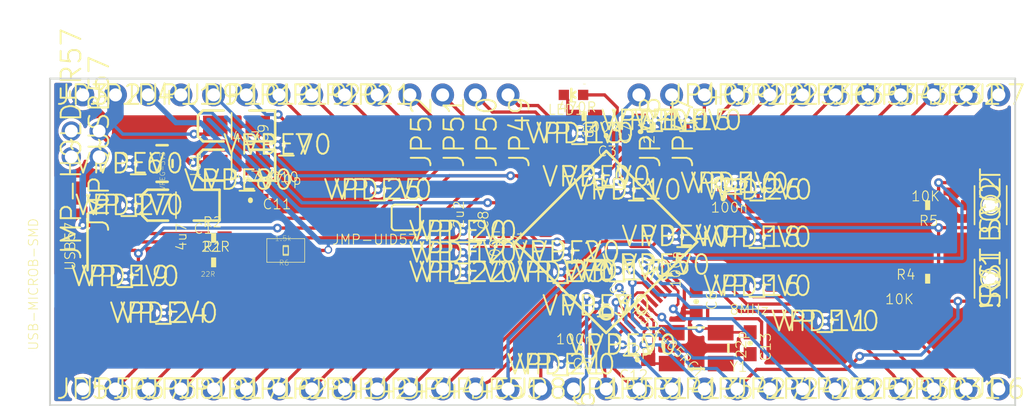
<source format=kicad_pcb>
(kicad_pcb (version 4) (host pcbnew 4.0.7)
  (layers (0 Top signal hide) (31 Bottom signal) (34 B.Paste user) (35 F.Paste user) (36 B.SilkS user) (37 F.SilkS user) (38 B.Mask user) (39 F.Mask user) (44 Edge.Cuts user))
  (net 0 "")
  (net 1 GND)
  (net 2 5V)
  (net 3 3.3V)
  (net 4 /N$3)
  (net 5 /N$13)
  (net 6 /N$14)
  (net 7 /N$8)
  (net 8 /N$15)
  (net 9 /N$12)
  (net 10 /N$22)
  (net 11 /N$20)
  (net 12 /N$7)
  (net 13 /N$10)
  (net 14 /N$11)
  (net 15 /N$4)
  (net 16 /N$23)
  (net 17 /N$24)
  (net 18 /N$25)
  (net 19 /N$26)
  (net 20 /N$27)
  (net 21 /N$28)
  (net 22 /N$29)
  (net 23 /N$30)
  (net 24 /N$31)
  (net 25 /N$32)
  (net 26 /N$33)
  (net 27 /N$34)
  (net 28 /N$35)
  (net 29 /N$36)
  (net 30 /N$37)
  (net 31 /N$38)
  (net 32 /N$39)
  (net 33 /N$40)
  (net 34 /N$41)
  (net 35 /N$42)
  (net 36 /N$43)
  (net 37 /N$44)
  (net 38 /N$45)
  (net 39 /N$46)
  (net 40 /N$47)
  (net 41 /N$48)
  (net 42 /N$49)
  (net 43 /N$50)
  (net 44 /N$51)
  (net 45 /N$52)
  (net 46 /N$53)
  (net 47 /N$54)
  (net 48 /N$55)
  (net 49 /N$56)
  (net 50 /N$57)
  (net 51 /N$58)
  (net 52 /N$59)
  (net 53 /N$60)
  (net 54 /N$61)
  (net 55 /N$62)
  (net 56 /N$63)
  (net 57 /N$17)
  (net 58 /N$16)
  (net 59 /N$18)
  (net 60 /N$5)
  (net 61 /N$1)
  (net 62 /N$6)
  (net 63 /N$2)
  (module LQFP64 (layer Top) (at 154.2161 105.0036 45)
    (fp_text reference U1 (at -2.54 2.54 135) (layer F.SilkS) (effects (font (size 0.77216 0.77216) (thickness 0.077216)) (justify left bottom)))
    (fp_text value STM32F405RGT (at -2.54 3.81 135) (layer F.SilkS) (effects (font (size 0.77216 0.77216) (thickness 0.077216)) (justify left bottom)))
    (pad 1 smd rect (at -3.75 5.75 135) (size 1.2 0.3) (layers Top F.Paste F.Mask) (net 56 /N$63))
    (pad 2 smd rect (at -3.25 5.75 135) (size 1.2 0.3) (layers Top F.Paste F.Mask) (net 18 /N$25))
    (pad 3 smd rect (at -2.75 5.75 135) (size 1.2 0.3) (layers Top F.Paste F.Mask) (net 17 /N$24))
    (pad 4 smd rect (at -2.25 5.75 135) (size 1.2 0.3) (layers Top F.Paste F.Mask) (net 16 /N$23))
    (pad 5 smd rect (at -1.75 5.75 135) (size 1.2 0.3) (layers Top F.Paste F.Mask) (net 8 /N$15))
    (pad 6 smd rect (at -1.25 5.75 135) (size 1.2 0.3) (layers Top F.Paste F.Mask) (net 9 /N$12))
    (pad 7 smd rect (at -0.75 5.75 135) (size 1.2 0.3) (layers Top F.Paste F.Mask) (net 57 /N$17))
    (pad 8 smd rect (at -0.25 5.75 135) (size 1.2 0.3) (layers Top F.Paste F.Mask) (net 30 /N$37))
    (pad 9 smd rect (at 0.25 5.75 135) (size 1.2 0.3) (layers Top F.Paste F.Mask) (net 29 /N$36))
    (pad 10 smd rect (at 0.75 5.75 135) (size 1.2 0.3) (layers Top F.Paste F.Mask) (net 28 /N$35))
    (pad 11 smd rect (at 1.25 5.75 135) (size 1.2 0.3) (layers Top F.Paste F.Mask) (net 27 /N$34))
    (pad 12 smd rect (at 1.75 5.75 135) (size 1.2 0.3) (layers Top F.Paste F.Mask) (net 1 GND))
    (pad 13 smd rect (at 2.25 5.75 135) (size 1.2 0.3) (layers Top F.Paste F.Mask) (net 3 3.3V))
    (pad 14 smd rect (at 2.75 5.75 135) (size 1.2 0.3) (layers Top F.Paste F.Mask) (net 32 /N$39))
    (pad 15 smd rect (at 3.25 5.75 135) (size 1.2 0.3) (layers Top F.Paste F.Mask) (net 33 /N$40))
    (pad 16 smd rect (at 3.75 5.75 135) (size 1.2 0.3) (layers Top F.Paste F.Mask) (net 34 /N$41))
    (pad 17 smd rect (at 5.75 3.75 225) (size 1.2 0.3) (layers Top F.Paste F.Mask) (net 35 /N$42))
    (pad 18 smd rect (at 5.75 3.25 225) (size 1.2 0.3) (layers Top F.Paste F.Mask) (net 1 GND))
    (pad 19 smd rect (at 5.75 2.75 225) (size 1.2 0.3) (layers Top F.Paste F.Mask) (net 3 3.3V))
    (pad 20 smd rect (at 5.75 2.25 225) (size 1.2 0.3) (layers Top F.Paste F.Mask) (net 36 /N$43))
    (pad 21 smd rect (at 5.75 1.75 225) (size 1.2 0.3) (layers Top F.Paste F.Mask) (net 37 /N$44))
    (pad 22 smd rect (at 5.75 1.25 225) (size 1.2 0.3) (layers Top F.Paste F.Mask) (net 38 /N$45))
    (pad 23 smd rect (at 5.75 0.75 225) (size 1.2 0.3) (layers Top F.Paste F.Mask) (net 39 /N$46))
    (pad 24 smd rect (at 5.75 0.25 225) (size 1.2 0.3) (layers Top F.Paste F.Mask) (net 26 /N$33))
    (pad 25 smd rect (at 5.75 -0.25 225) (size 1.2 0.3) (layers Top F.Paste F.Mask) (net 25 /N$32))
    (pad 26 smd rect (at 5.75 -0.75 225) (size 1.2 0.3) (layers Top F.Paste F.Mask) (net 42 /N$49))
    (pad 27 smd rect (at 5.75 -1.25 225) (size 1.2 0.3) (layers Top F.Paste F.Mask) (net 43 /N$50))
    (pad 28 smd rect (at 5.75 -1.75 225) (size 1.2 0.3) (layers Top F.Paste F.Mask) (net 1 GND))
    (pad 29 smd rect (at 5.75 -2.25 225) (size 1.2 0.3) (layers Top F.Paste F.Mask) (net 50 /N$57))
    (pad 30 smd rect (at 5.75 -2.75 225) (size 1.2 0.3) (layers Top F.Paste F.Mask) (net 51 /N$58))
    (pad 31 smd rect (at 5.75 -3.25 225) (size 1.2 0.3) (layers Top F.Paste F.Mask) (net 5 /N$13))
    (pad 32 smd rect (at 5.75 -3.75 225) (size 1.2 0.3) (layers Top F.Paste F.Mask) (net 3 3.3V))
    (pad 33 smd rect (at 3.75 -5.75 315) (size 1.2 0.3) (layers Top F.Paste F.Mask) (net 52 /N$59))
    (pad 34 smd rect (at 3.25 -5.75 315) (size 1.2 0.3) (layers Top F.Paste F.Mask) (net 53 /N$60))
    (pad 35 smd rect (at 2.75 -5.75 315) (size 1.2 0.3) (layers Top F.Paste F.Mask) (net 54 /N$61))
    (pad 36 smd rect (at 2.25 -5.75 315) (size 1.2 0.3) (layers Top F.Paste F.Mask) (net 55 /N$62))
    (pad 37 smd rect (at 1.75 -5.75 315) (size 1.2 0.3) (layers Top F.Paste F.Mask) (net 24 /N$31))
    (pad 38 smd rect (at 1.25 -5.75 315) (size 1.2 0.3) (layers Top F.Paste F.Mask) (net 23 /N$30))
    (pad 39 smd rect (at 0.75 -5.75 315) (size 1.2 0.3) (layers Top F.Paste F.Mask) (net 22 /N$29))
    (pad 40 smd rect (at 0.25 -5.75 315) (size 1.2 0.3) (layers Top F.Paste F.Mask) (net 15 /N$4))
    (pad 41 smd rect (at -0.25 -5.75 315) (size 1.2 0.3) (layers Top F.Paste F.Mask) (net 13 /N$10))
    (pad 42 smd rect (at -0.75 -5.75 315) (size 1.2 0.3) (layers Top F.Paste F.Mask) (net 4 /N$3))
    (pad 43 smd rect (at -1.25 -5.75 315) (size 1.2 0.3) (layers Top F.Paste F.Mask) (net 10 /N$22))
    (pad 44 smd rect (at -1.75 -5.75 315) (size 1.2 0.3) (layers Top F.Paste F.Mask) (net 63 /N$2))
    (pad 45 smd rect (at -2.25 -5.75 315) (size 1.2 0.3) (layers Top F.Paste F.Mask) (net 61 /N$1))
    (pad 46 smd rect (at -2.75 -5.75 315) (size 1.2 0.3) (layers Top F.Paste F.Mask) (net 14 /N$11))
    (pad 47 smd rect (at -3.25 -5.75 315) (size 1.2 0.3) (layers Top F.Paste F.Mask) (net 6 /N$14))
    (pad 48 smd rect (at -3.75 -5.75 315) (size 1.2 0.3) (layers Top F.Paste F.Mask) (net 3 3.3V))
    (pad 49 smd rect (at -5.75 -3.75 45) (size 1.2 0.3) (layers Top F.Paste F.Mask) (net 40 /N$47))
    (pad 50 smd rect (at -5.75 -3.25 45) (size 1.2 0.3) (layers Top F.Paste F.Mask) (net 41 /N$48))
    (pad 51 smd rect (at -5.75 -2.75 45) (size 1.2 0.3) (layers Top F.Paste F.Mask) (net 21 /N$28))
    (pad 52 smd rect (at -5.75 -2.25 45) (size 1.2 0.3) (layers Top F.Paste F.Mask) (net 20 /N$27))
    (pad 53 smd rect (at -5.75 -1.75 45) (size 1.2 0.3) (layers Top F.Paste F.Mask) (net 19 /N$26))
    (pad 54 smd rect (at -5.75 -1.25 45) (size 1.2 0.3) (layers Top F.Paste F.Mask) (net 31 /N$38))
    (pad 55 smd rect (at -5.75 -0.75 45) (size 1.2 0.3) (layers Top F.Paste F.Mask) (net 44 /N$51))
    (pad 56 smd rect (at -5.75 -0.25 45) (size 1.2 0.3) (layers Top F.Paste F.Mask) (net 45 /N$52))
    (pad 57 smd rect (at -5.75 0.25 45) (size 1.2 0.3) (layers Top F.Paste F.Mask) (net 46 /N$53))
    (pad 58 smd rect (at -5.75 0.75 45) (size 1.2 0.3) (layers Top F.Paste F.Mask) (net 47 /N$54))
    (pad 59 smd rect (at -5.75 1.25 45) (size 1.2 0.3) (layers Top F.Paste F.Mask) (net 48 /N$55))
    (pad 60 smd rect (at -5.75 1.75 45) (size 1.2 0.3) (layers Top F.Paste F.Mask) (net 58 /N$16))
    (pad 61 smd rect (at -5.75 2.25 45) (size 1.2 0.3) (layers Top F.Paste F.Mask) (net 12 /N$7))
    (pad 62 smd rect (at -5.75 2.75 45) (size 1.2 0.3) (layers Top F.Paste F.Mask) (net 49 /N$56))
    (pad 63 smd rect (at -5.75 3.25 45) (size 1.2 0.3) (layers Top F.Paste F.Mask) (net 1 GND))
    (pad 64 smd rect (at -5.75 3.75 45) (size 1.2 0.3) (layers Top F.Paste F.Mask) (net 3 3.3V))
  )
  (module USB-MICROB-SMD (layer Top) (at 112.4966 105.0036 270)
    (fp_text reference USB57 (at -1.6 0.35 450) (layer F.SilkS) (effects (font (size 0.77216 0.77216) (thickness 0.077216)) (justify right top)))
    (fp_text value USB-MICROB-SMD (at -1.905 3.175 270) (layer F.SilkS) (effects (font (size 0.7239 0.7239) (thickness 0.06096)) (justify right top)))
    (pad VBUS smd rect (at -1.3 -2.9) (size 1.9 0.35) (layers Top F.Paste F.Mask) (net 4 /N$3))
    (pad GND smd rect (at 1.3 -2.9) (size 1.9 0.35) (layers Top F.Paste F.Mask) (net 1 GND))
    (pad D- smd rect (at -0.65 -2.9) (size 1.9 0.35) (layers Top F.Paste F.Mask) (net 62 /N$6))
    (pad D+ smd rect (at 0 -2.9) (size 1.9 0.35) (layers Top F.Paste F.Mask) (net 60 /N$5))
    (pad ID smd rect (at 0.65 -2.9) (size 1.9 0.35) (layers Top F.Paste F.Mask) (net 11 /N$20))
    (pad MT1 smd rect (at -3.8 0 270) (size 1.8 1.9) (layers Top F.Paste F.Mask) (net 1 GND))
    (pad MT2 smd rect (at 3.8 0 270) (size 1.8 1.9) (layers Top F.Paste F.Mask) (net 1 GND))
    (pad MT3 smd rect (at -3.1 -2.55) (size 1.6 2.1) (layers Top F.Paste F.Mask) (net 1 GND))
    (pad MT4 smd rect (at 3.1 -2.55) (size 1.6 2.1) (layers Top F.Paste F.Mask) (net 1 GND))
  )
  (module 0603-RES (layer Top) (at 123.7361 106.5911)
    (fp_text reference R1 (at -0.889 -0.762) (layer F.SilkS) (effects (font (size 0.77216 0.77216) (thickness 0.077216)) (justify left bottom)))
    (fp_text value 22R (at -1.016 1.143) (layer F.SilkS) (effects (font (size 0.38608 0.38608) (thickness 0.032512)) (justify left bottom)))
    (pad 1 smd rect (at -0.85 0) (size 1.1 1) (layers Top F.Paste F.Mask) (net 60 /N$5))
    (pad 2 smd rect (at 0.85 0) (size 1.1 1) (layers Top F.Paste F.Mask) (net 61 /N$1))
  )
  (module 0603-RES (layer Top) (at 123.7361 104.6861)
    (fp_text reference R2 (at -0.889 -0.762) (layer F.SilkS) (effects (font (size 0.77216 0.77216) (thickness 0.077216)) (justify left bottom)))
    (fp_text value 22R (at -1.016 1.143) (layer F.SilkS) (effects (font (size 0.77216 0.77216) (thickness 0.077216)) (justify left bottom)))
    (pad 1 smd rect (at -0.85 0) (size 1.1 1) (layers Top F.Paste F.Mask) (net 62 /N$6))
    (pad 2 smd rect (at 0.85 0) (size 1.1 1) (layers Top F.Paste F.Mask) (net 63 /N$2))
  )
  (module 1X02_2MM_TH (layer Top) (at 114.8461 97.3836 90)
    (fp_text reference JMP-USB57 (at 0 0 90) (layer F.SilkS))
    (fp_text value ~ (at 0 0 90) (layer F.SilkS))
    (pad 1 thru_hole circle (at -1 0 90) (size 1.5 1.5) (drill 1) (layers *.Cu *.Mask) (net 4 /N$3))
    (pad 2 thru_hole circle (at 1 0 90) (size 1.5 1.5) (drill 1) (layers *.Cu *.Mask) (net 2 5V))
  )
  (module EIA3216-KIT (layer Top) (at 121.1961 102.1461 180)
    (fp_text reference C1 (at -2.54 -1.381 360) (layer F.SilkS) (effects (font (size 0.77216 0.77216) (thickness 0.077216)) (justify right top)))
    (fp_text value 4u7 (at 0.408 -1.332 450) (layer F.SilkS) (effects (font (size 0.77216 0.77216) (thickness 0.077216)) (justify right top)))
    (pad C smd rect (at -1.65 0 180) (size 1.9 1.6) (layers Top F.Paste F.Mask) (net 1 GND))
    (pad A smd rect (at 1.65 0 180) (size 1.9 1.6) (layers Top F.Paste F.Mask) (net 4 /N$3))
  )
  (module 0603-CAP (layer Top) (at 163.2966 101.6381)
    (fp_text reference C2 (at -0.889 -0.762) (layer F.SilkS) (effects (font (size 0.77216 0.77216) (thickness 0.077216)) (justify left bottom)))
    (fp_text value 100n (at -1.016 1.143) (layer F.SilkS) (effects (font (size 0.77216 0.77216) (thickness 0.077216)) (justify left bottom)))
    (pad 1 smd rect (at -0.85 0) (size 1.1 1) (layers Top F.Paste F.Mask) (net 3 3.3V))
    (pad 2 smd rect (at 0.85 0) (size 1.1 1) (layers Top F.Paste F.Mask) (net 1 GND))
  )
  (module 0603-CAP (layer Top) (at 154.2161 96.7486 180)
    (fp_text reference C3 (at -0.889 -0.762 360) (layer F.SilkS) (effects (font (size 0.77216 0.77216) (thickness 0.077216)) (justify right top)))
    (fp_text value 100n (at -1.016 1.143 360) (layer F.SilkS) (effects (font (size 0.77216 0.77216) (thickness 0.077216)) (justify right top)))
    (pad 1 smd rect (at -0.85 0 180) (size 1.1 1) (layers Top F.Paste F.Mask) (net 3 3.3V))
    (pad 2 smd rect (at 0.85 0 180) (size 1.1 1) (layers Top F.Paste F.Mask) (net 1 GND))
  )
  (module 0603-CAP (layer Top) (at 146.2786 105.0036 270)
    (fp_text reference C4 (at -0.889 -0.762 450) (layer F.SilkS) (effects (font (size 0.77216 0.77216) (thickness 0.077216)) (justify right top)))
    (fp_text value 100n (at -1.016 1.143 450) (layer F.SilkS) (effects (font (size 0.77216 0.77216) (thickness 0.077216)) (justify right top)))
    (pad 1 smd rect (at -0.85 0 270) (size 1.1 1) (layers Top F.Paste F.Mask) (net 3 3.3V))
    (pad 2 smd rect (at 0.85 0 270) (size 1.1 1) (layers Top F.Paste F.Mask) (net 1 GND))
  )
  (module 0603-CAP (layer Top) (at 152.2476 113.2586 180)
    (fp_text reference C5 (at -0.889 -0.762 360) (layer F.SilkS) (effects (font (size 0.77216 0.77216) (thickness 0.077216)) (justify right top)))
    (fp_text value 100n (at -1.016 1.143 360) (layer F.SilkS) (effects (font (size 0.77216 0.77216) (thickness 0.077216)) (justify right top)))
    (pad 1 smd rect (at -0.85 0 180) (size 1.1 1) (layers Top F.Paste F.Mask) (net 3 3.3V))
    (pad 2 smd rect (at 0.85 0 180) (size 1.1 1) (layers Top F.Paste F.Mask) (net 1 GND))
  )
  (module 0603-CAP (layer Top) (at 161.2011 109.6391 270)
    (fp_text reference C6 (at -0.889 -0.762 450) (layer F.SilkS) (effects (font (size 0.77216 0.77216) (thickness 0.077216)) (justify right top)))
    (fp_text value 100n (at -1.016 1.143 450) (layer F.SilkS) (effects (font (size 0.77216 0.77216) (thickness 0.077216)) (justify left bottom)))
    (pad 1 smd rect (at -0.85 0 270) (size 1.1 1) (layers Top F.Paste F.Mask) (net 3 3.3V))
    (pad 2 smd rect (at 0.85 0 270) (size 1.1 1) (layers Top F.Paste F.Mask) (net 1 GND))
  )
  (module 0603-CAP (layer Top) (at 156.8831 96.4311 90)
    (fp_text reference C7 (at -0.889 -0.762 90) (layer F.SilkS) (effects (font (size 0.77216 0.77216) (thickness 0.077216)) (justify left bottom)))
    (fp_text value 2u2 (at -1.016 1.143 90) (layer F.SilkS) (effects (font (size 0.77216 0.77216) (thickness 0.077216)) (justify left bottom)))
    (pad 1 smd rect (at -0.85 0 90) (size 1.1 1) (layers Top F.Paste F.Mask) (net 5 /N$13))
    (pad 2 smd rect (at 0.85 0 90) (size 1.1 1) (layers Top F.Paste F.Mask) (net 1 GND))
  )
  (module 0603-CAP (layer Top) (at 144.3736 105.0036 270)
    (fp_text reference C8 (at -0.889 -0.762 450) (layer F.SilkS) (effects (font (size 0.77216 0.77216) (thickness 0.077216)) (justify left bottom)))
    (fp_text value 2u2 (at -1.016 1.143 450) (layer F.SilkS) (effects (font (size 0.77216 0.77216) (thickness 0.077216)) (justify left bottom)))
    (pad 1 smd rect (at -0.85 0 270) (size 1.1 1) (layers Top F.Paste F.Mask) (net 6 /N$14))
    (pad 2 smd rect (at 0.85 0 270) (size 1.1 1) (layers Top F.Paste F.Mask) (net 1 GND))
  )
  (module EIA3216-KIT (layer Top) (at 125.5141 95.9866 180)
    (fp_text reference C9 (at -2.54 -1.381 450) (layer F.SilkS) (effects (font (size 0.77216 0.77216) (thickness 0.077216)) (justify left bottom)))
    (fp_text value 4u7 (at 0.408 -1.332 360) (layer F.SilkS) (effects (font (size 0.77216 0.77216) (thickness 0.077216)) (justify left bottom)))
    (pad C smd rect (at -1.65 0 180) (size 1.9 1.6) (layers Top F.Paste F.Mask) (net 1 GND))
    (pad A smd rect (at 1.65 0 180) (size 1.9 1.6) (layers Top F.Paste F.Mask) (net 2 5V))
  )
  (module EIA3216-KIT (layer Top) (at 125.5141 99.0346 180)
    (fp_text reference C10 (at -2.54 -1.381 360) (layer F.SilkS) (effects (font (size 0.77216 0.77216) (thickness 0.077216)) (justify left bottom)))
    (fp_text value 4u7 (at 0.408 -1.332 360) (layer F.SilkS) (effects (font (size 0.77216 0.77216) (thickness 0.077216)) (justify left bottom)))
    (pad C smd rect (at -1.65 0 180) (size 1.9 1.6) (layers Top F.Paste F.Mask) (net 1 GND))
    (pad A smd rect (at 1.65 0 180) (size 1.9 1.6) (layers Top F.Paste F.Mask) (net 3 3.3V))
  )
  (module SOT23-5 (layer Top) (at 119.7356 98.9076 270)
    (fp_text reference IC1 (at -0.889 -2.159 450) (layer F.SilkS) (effects (font (size 0.77216 0.77216) (thickness 0.077216)) (justify right top)))
    (fp_text value VREG-3V3 (at -0.9525 0.1905 270) (layer F.SilkS) (effects (font (size 0.38608 0.38608) (thickness 0.032512)) (justify right top)))
    (pad 1 smd rect (at -0.95 1.3001 270) (size 0.55 1.2) (layers Top F.Paste F.Mask) (net 2 5V))
    (pad 2 smd rect (at 0 1.3001 270) (size 0.55 1.2) (layers Top F.Paste F.Mask) (net 1 GND))
    (pad 3 smd rect (at 0.95 1.3001 270) (size 0.55 1.2) (layers Top F.Paste F.Mask) (net 2 5V))
    (pad 4 smd rect (at 0.95 -1.3001 270) (size 0.55 1.2) (layers Top F.Paste F.Mask) (net 7 /N$8))
    (pad 5 smd rect (at -0.95 -1.3001 270) (size 0.55 1.2) (layers Top F.Paste F.Mask) (net 3 3.3V))
  )
  (module 0603-CAP (layer Top) (at 126.5936 101.7651 180)
    (fp_text reference C11 (at -0.889 -0.762 360) (layer F.SilkS) (effects (font (size 0.77216 0.77216) (thickness 0.077216)) (justify left bottom)))
    (fp_text value 470p (at -1.016 1.143 360) (layer F.SilkS) (effects (font (size 0.77216 0.77216) (thickness 0.077216)) (justify left bottom)))
    (pad 1 smd rect (at -0.85 0 180) (size 1.1 1) (layers Top F.Paste F.Mask) (net 1 GND))
    (pad 2 smd rect (at 0.85 0 180) (size 1.1 1) (layers Top F.Paste F.Mask) (net 7 /N$8))
  )
  (module 1X1-HEADER-HOLE (layer Top) (at 116.1161 93.5736)
    (fp_text reference JP2 (at 0 0) (layer F.SilkS))
    (fp_text value 5V)
    (pad 1 thru_hole circle (at 0 0) (size 1.778 1.778) (drill 1.016) (layers *.Cu *.Mask) (net 2 5V))
  )
  (module 1X1-HEADER-HOLE (layer Top) (at 113.5761 93.5736)
    (fp_text reference JP3 (at 0 0) (layer F.SilkS))
    (fp_text value GND)
    (pad 1 thru_hole circle (at 0 0) (size 1.778 1.778) (drill 1.016) (layers *.Cu *.Mask) (net 1 GND))
  )
  (module 1X1-HEADER-HOLE (layer Top) (at 118.6561 93.5736)
    (fp_text reference JP4 (at 0 0) (layer F.SilkS))
    (fp_text value 3V3)
    (pad 1 thru_hole circle (at 0 0) (size 1.778 1.778) (drill 1.016) (layers *.Cu *.Mask) (net 3 3.3V))
  )
  (module 1X1-HEADER-HOLE (layer Top) (at 113.5761 116.4336)
    (fp_text reference JP5 (at 0 0) (layer F.SilkS))
    (fp_text value GND)
    (pad 1 thru_hole circle (at 0 0) (size 1.778 1.778) (drill 1.016) (layers *.Cu *.Mask) (net 1 GND))
  )
  (module 1X1-HEADER-HOLE (layer Top) (at 184.6961 116.4336)
    (fp_text reference JP6 (at 0 0) (layer F.SilkS))
    (fp_text value GND)
    (pad 1 thru_hole circle (at 0 0) (size 1.778 1.778) (drill 1.016) (layers *.Cu *.Mask) (net 1 GND))
  )
  (module 1X1-HEADER-HOLE (layer Top) (at 184.6961 93.5736)
    (fp_text reference JP7 (at 0 0) (layer F.SilkS))
    (fp_text value GND)
    (pad 1 thru_hole circle (at 0 0) (size 1.778 1.778) (drill 1.016) (layers *.Cu *.Mask) (net 1 GND))
  )
  (module 1X1-HEADER-HOLE (layer Top) (at 149.1361 116.4336)
    (fp_text reference JP8 (at 0 0) (layer F.SilkS))
    (fp_text value PB8)
    (pad 1 thru_hole circle (at 0 0) (size 1.778 1.778) (drill 1.016) (layers *.Cu *.Mask) (net 12 /N$7))
  )
  (module 1X1-HEADER-HOLE (layer Top) (at 123.7361 93.5736)
    (fp_text reference JP9 (at 0 0) (layer F.SilkS))
    (fp_text value PA10)
    (pad 1 thru_hole circle (at 0 0) (size 1.778 1.778) (drill 1.016) (layers *.Cu *.Mask) (net 10 /N$22))
  )
  (module 1X1-HEADER-HOLE (layer Top) (at 126.2761 93.5736)
    (fp_text reference JP10 (at 0 0) (layer F.SilkS))
    (fp_text value PA8)
    (pad 1 thru_hole circle (at 0 0) (size 1.778 1.778) (drill 1.016) (layers *.Cu *.Mask) (net 13 /N$10))
  )
  (module 1X1-HEADER-HOLE (layer Top) (at 121.1961 93.5736)
    (fp_text reference JP11 (at 0 0) (layer F.SilkS))
    (fp_text value PA13)
    (pad 1 thru_hole circle (at 0 0) (size 1.778 1.778) (drill 1.016) (layers *.Cu *.Mask) (net 14 /N$11))
  )
  (module 1X1-HEADER-HOLE (layer Top) (at 128.8161 93.5736)
    (fp_text reference JP12 (at 0 0) (layer F.SilkS))
    (fp_text value PC9)
    (pad 1 thru_hole circle (at 0 0) (size 1.778 1.778) (drill 1.016) (layers *.Cu *.Mask) (net 15 /N$4))
  )
  (module SWITCH-TACT-B3U-1100P-B (layer Top) (at 184.0611 107.8611 90)
    (fp_text reference SW1 (at 0 0 90) (layer F.SilkS))
    (fp_text value !RST (at 0 0 90) (layer F.SilkS))
    (pad 1 smd rect (at -1.75 0 180) (size 1.9 1) (layers Top F.Paste F.Mask) (net 57 /N$17))
    (pad 2 smd rect (at 1.75 0 180) (size 1.9 1) (layers Top F.Paste F.Mask) (net 1 GND))
    (pad BOSS smd rect (at 0 -1.75 270) (size 0.8 1.1) (layers Top F.Paste F.Mask) (net 1 GND))
    (pad "" np_thru_hole circle (at 0 0 90) (size 0.762 0.762) (drill 0.762) (layers *.Cu))
  )
  (module CRYSTAL-SMD-5X3 (layer Top) (at 161.2011 113.2586 180)
    (fp_text reference Y1 (at -2.54 -1.905 360) (layer F.SilkS) (effects (font (size 0.77216 0.77216) (thickness 0.077216)) (justify left bottom)))
    (fp_text value 8MHz (at -2.54 2.54 360) (layer F.SilkS) (effects (font (size 0.77216 0.77216) (thickness 0.077216)) (justify left bottom)))
    (pad 1 smd rect (at -1.9 1.2 180) (size 2 1.2) (layers Top F.Paste F.Mask) (net 9 /N$12))
    (pad 3 smd rect (at 1.9 -1.2 180) (size 2 1.2) (layers Top F.Paste F.Mask) (net 8 /N$15))
    (pad 4 smd rect (at -1.9 -1.2 180) (size 2 1.2) (layers Top F.Paste F.Mask))
    (pad 2 smd rect (at 1.9 1.2 180) (size 2 1.2) (layers Top F.Paste F.Mask))
  )
  (module 0603-CAP (layer Top) (at 156.6291 114.1476 180)
    (fp_text reference C12 (at -0.889 -0.762 360) (layer F.SilkS) (effects (font (size 0.77216 0.77216) (thickness 0.077216)) (justify right top)))
    (fp_text value 22p (at -1.016 1.143 360) (layer F.SilkS) (effects (font (size 0.77216 0.77216) (thickness 0.077216)) (justify right top)))
    (pad 1 smd rect (at -0.85 0 180) (size 1.1 1) (layers Top F.Paste F.Mask) (net 8 /N$15))
    (pad 2 smd rect (at 0.85 0 180) (size 1.1 1) (layers Top F.Paste F.Mask) (net 1 GND))
  )
  (module 0603-CAP (layer Top) (at 165.3921 112.8776 270)
    (fp_text reference C13 (at -0.889 -0.762 450) (layer F.SilkS) (effects (font (size 0.77216 0.77216) (thickness 0.077216)) (justify right top)))
    (fp_text value 22p (at -1.016 1.143 450) (layer F.SilkS) (effects (font (size 0.77216 0.77216) (thickness 0.077216)) (justify right top)))
    (pad 1 smd rect (at -0.85 0 270) (size 1.1 1) (layers Top F.Paste F.Mask) (net 9 /N$12))
    (pad 2 smd rect (at 0.85 0 270) (size 1.1 1) (layers Top F.Paste F.Mask) (net 1 GND))
  )
  (module 1X1-HEADER-HOLE (layer Top) (at 161.8361 116.4336)
    (fp_text reference JP13 (at 0 0) (layer F.SilkS))
    (fp_text value PC15)
    (pad 1 thru_hole circle (at 0 0) (size 1.778 1.778) (drill 1.016) (layers *.Cu *.Mask) (net 16 /N$23))
  )
  (module 1X1-HEADER-HOLE (layer Top) (at 159.2961 116.4336)
    (fp_text reference JP14 (at 0 0) (layer F.SilkS))
    (fp_text value PC14)
    (pad 1 thru_hole circle (at 0 0) (size 1.778 1.778) (drill 1.016) (layers *.Cu *.Mask) (net 17 /N$24))
  )
  (module 1X1-HEADER-HOLE (layer Top) (at 154.2161 116.4336)
    (fp_text reference JP15 (at 0 0) (layer F.SilkS))
    (fp_text value PC13)
    (pad 1 thru_hole circle (at 0 0) (size 1.778 1.778) (drill 1.016) (layers *.Cu *.Mask) (net 18 /N$25))
  )
  (module 1X1-HEADER-HOLE (layer Top) (at 128.8161 116.4336)
    (fp_text reference JP16 (at 0 0) (layer F.SilkS))
    (fp_text value PC12)
    (pad 1 thru_hole circle (at 0 0) (size 1.778 1.778) (drill 1.016) (layers *.Cu *.Mask) (net 19 /N$26))
  )
  (module 1X1-HEADER-HOLE (layer Top) (at 126.2761 116.4336)
    (fp_text reference JP17 (at 0 0) (layer F.SilkS))
    (fp_text value PC11)
    (pad 1 thru_hole circle (at 0 0) (size 1.778 1.778) (drill 1.016) (layers *.Cu *.Mask) (net 20 /N$27))
  )
  (module 1X1-HEADER-HOLE (layer Top) (at 123.7361 116.4336)
    (fp_text reference JP18 (at 0 0) (layer F.SilkS))
    (fp_text value PC10)
    (pad 1 thru_hole circle (at 0 0) (size 1.778 1.778) (drill 1.016) (layers *.Cu *.Mask) (net 21 /N$28))
  )
  (module 1X1-HEADER-HOLE (layer Top) (at 131.3561 93.5736)
    (fp_text reference JP19 (at 0 0) (layer F.SilkS))
    (fp_text value PC8)
    (pad 1 thru_hole circle (at 0 0) (size 1.778 1.778) (drill 1.016) (layers *.Cu *.Mask) (net 22 /N$29))
  )
  (module 1X1-HEADER-HOLE (layer Top) (at 133.8961 93.5736)
    (fp_text reference JP20 (at 0 0) (layer F.SilkS))
    (fp_text value PC7)
    (pad 1 thru_hole circle (at 0 0) (size 1.778 1.778) (drill 1.016) (layers *.Cu *.Mask) (net 23 /N$30))
  )
  (module 1X1-HEADER-HOLE (layer Top) (at 136.4361 93.5736)
    (fp_text reference JP21 (at 0 0) (layer F.SilkS))
    (fp_text value PC6)
    (pad 1 thru_hole circle (at 0 0) (size 1.778 1.778) (drill 1.016) (layers *.Cu *.Mask) (net 24 /N$31))
  )
  (module 1X1-HEADER-HOLE (layer Top) (at 166.9161 93.5736)
    (fp_text reference JP22 (at 0 0) (layer F.SilkS))
    (fp_text value PC5)
    (pad 1 thru_hole circle (at 0 0) (size 1.778 1.778) (drill 1.016) (layers *.Cu *.Mask) (net 25 /N$32))
  )
  (module 1X1-HEADER-HOLE (layer Top) (at 169.4561 93.5736)
    (fp_text reference JP23 (at 0 0) (layer F.SilkS))
    (fp_text value PC4)
    (pad 1 thru_hole circle (at 0 0) (size 1.778 1.778) (drill 1.016) (layers *.Cu *.Mask) (net 26 /N$33))
  )
  (module 1X1-HEADER-HOLE (layer Top) (at 169.4561 116.4336)
    (fp_text reference JP24 (at 0 0) (layer F.SilkS))
    (fp_text value PC3)
    (pad 1 thru_hole circle (at 0 0) (size 1.778 1.778) (drill 1.016) (layers *.Cu *.Mask) (net 27 /N$34))
  )
  (module 1X1-HEADER-HOLE (layer Top) (at 174.5361 116.4336)
    (fp_text reference JP25 (at 0 0) (layer F.SilkS))
    (fp_text value PC2)
    (pad 1 thru_hole circle (at 0 0) (size 1.778 1.778) (drill 1.016) (layers *.Cu *.Mask) (net 28 /N$35))
  )
  (module 1X1-HEADER-HOLE (layer Top) (at 171.9961 116.4336)
    (fp_text reference JP26 (at 0 0) (layer F.SilkS))
    (fp_text value PC1)
    (pad 1 thru_hole circle (at 0 0) (size 1.778 1.778) (drill 1.016) (layers *.Cu *.Mask) (net 29 /N$36))
  )
  (module 1X1-HEADER-HOLE (layer Top) (at 166.9161 116.4336)
    (fp_text reference JP27 (at 0 0) (layer F.SilkS))
    (fp_text value PC0)
    (pad 1 thru_hole circle (at 0 0) (size 1.778 1.778) (drill 1.016) (layers *.Cu *.Mask) (net 30 /N$37))
  )
  (module 1X1-HEADER-HOLE (layer Top) (at 131.3561 116.4336)
    (fp_text reference JP28 (at 0 0) (layer F.SilkS))
    (fp_text value PD2)
    (pad 1 thru_hole circle (at 0 0) (size 1.778 1.778) (drill 1.016) (layers *.Cu *.Mask) (net 31 /N$38))
  )
  (module 1X1-HEADER-HOLE (layer Top) (at 177.0761 116.4336)
    (fp_text reference JP29 (at 0 0) (layer F.SilkS))
    (fp_text value PA0)
    (pad 1 thru_hole circle (at 0 0) (size 1.778 1.778) (drill 1.016) (layers *.Cu *.Mask) (net 32 /N$39))
  )
  (module 1X1-HEADER-HOLE (layer Top) (at 179.6161 116.4336)
    (fp_text reference JP30 (at 0 0) (layer F.SilkS))
    (fp_text value PA1)
    (pad 1 thru_hole circle (at 0 0) (size 1.778 1.778) (drill 1.016) (layers *.Cu *.Mask) (net 33 /N$40))
  )
  (module 1X1-HEADER-HOLE (layer Top) (at 182.1561 116.4336)
    (fp_text reference JP31 (at 0 0) (layer F.SilkS))
    (fp_text value PA2)
    (pad 1 thru_hole circle (at 0 0) (size 1.778 1.778) (drill 1.016) (layers *.Cu *.Mask) (net 34 /N$41))
  )
  (module 1X1-HEADER-HOLE (layer Top) (at 182.1561 93.5736)
    (fp_text reference JP32 (at 0 0) (layer F.SilkS))
    (fp_text value PA3)
    (pad 1 thru_hole circle (at 0 0) (size 1.778 1.778) (drill 1.016) (layers *.Cu *.Mask) (net 35 /N$42))
  )
  (module 1X1-HEADER-HOLE (layer Top) (at 179.6161 93.5736)
    (fp_text reference JP33 (at 0 0) (layer F.SilkS))
    (fp_text value PA4)
    (pad 1 thru_hole circle (at 0 0) (size 1.778 1.778) (drill 1.016) (layers *.Cu *.Mask) (net 36 /N$43))
  )
  (module 1X1-HEADER-HOLE (layer Top) (at 177.0761 93.5736)
    (fp_text reference JP34 (at 0 0) (layer F.SilkS))
    (fp_text value PA5)
    (pad 1 thru_hole circle (at 0 0) (size 1.778 1.778) (drill 1.016) (layers *.Cu *.Mask) (net 37 /N$44))
  )
  (module 1X1-HEADER-HOLE (layer Top) (at 174.5361 93.5736)
    (fp_text reference JP35 (at 0 0) (layer F.SilkS))
    (fp_text value PA6)
    (pad 1 thru_hole circle (at 0 0) (size 1.778 1.778) (drill 1.016) (layers *.Cu *.Mask) (net 38 /N$45))
  )
  (module 1X1-HEADER-HOLE (layer Top) (at 171.9961 93.5736)
    (fp_text reference JP36 (at 0 0) (layer F.SilkS))
    (fp_text value PA7)
    (pad 1 thru_hole circle (at 0 0) (size 1.778 1.778) (drill 1.016) (layers *.Cu *.Mask) (net 39 /N$46))
  )
  (module 1X1-HEADER-HOLE (layer Top) (at 118.6561 116.4336)
    (fp_text reference JP37 (at 0 0) (layer F.SilkS))
    (fp_text value PA14)
    (pad 1 thru_hole circle (at 0 0) (size 1.778 1.778) (drill 1.016) (layers *.Cu *.Mask) (net 40 /N$47))
  )
  (module 1X1-HEADER-HOLE (layer Top) (at 121.1961 116.4336)
    (fp_text reference JP38 (at 0 0) (layer F.SilkS))
    (fp_text value PA15)
    (pad 1 thru_hole circle (at 0 0) (size 1.778 1.778) (drill 1.016) (layers *.Cu *.Mask) (net 41 /N$48))
  )
  (module 1X1-HEADER-HOLE (layer Top) (at 164.3761 93.5736)
    (fp_text reference JP39 (at 0 0) (layer F.SilkS))
    (fp_text value PB0)
    (pad 1 thru_hole circle (at 0 0) (size 1.778 1.778) (drill 1.016) (layers *.Cu *.Mask) (net 42 /N$49))
  )
  (module 1X1-HEADER-HOLE (layer Top) (at 161.8361 93.5736)
    (fp_text reference JP40 (at 0 0) (layer F.SilkS))
    (fp_text value PB1)
    (pad 1 thru_hole circle (at 0 0) (size 1.778 1.778) (drill 1.016) (layers *.Cu *.Mask) (net 43 /N$50))
  )
  (module 1X1-HEADER-HOLE (layer Top) (at 133.8961 116.4336)
    (fp_text reference JP41 (at 0 0) (layer F.SilkS))
    (fp_text value PB3)
    (pad 1 thru_hole circle (at 0 0) (size 1.778 1.778) (drill 1.016) (layers *.Cu *.Mask) (net 44 /N$51))
  )
  (module 1X1-HEADER-HOLE (layer Top) (at 136.4361 116.4336)
    (fp_text reference JP42 (at 0 0) (layer F.SilkS))
    (fp_text value PB4)
    (pad 1 thru_hole circle (at 0 0) (size 1.778 1.778) (drill 1.016) (layers *.Cu *.Mask) (net 45 /N$52))
  )
  (module 1X1-HEADER-HOLE (layer Top) (at 138.9761 116.4336)
    (fp_text reference JP43 (at 0 0) (layer F.SilkS))
    (fp_text value PB5)
    (pad 1 thru_hole circle (at 0 0) (size 1.778 1.778) (drill 1.016) (layers *.Cu *.Mask) (net 46 /N$53))
  )
  (module 1X1-HEADER-HOLE (layer Top) (at 141.5161 116.4336)
    (fp_text reference JP44 (at 0 0) (layer F.SilkS))
    (fp_text value PB6)
    (pad 1 thru_hole circle (at 0 0) (size 1.778 1.778) (drill 1.016) (layers *.Cu *.Mask) (net 47 /N$54))
  )
  (module 1X1-HEADER-HOLE (layer Top) (at 144.0561 116.4336)
    (fp_text reference JP45 (at 0 0) (layer F.SilkS))
    (fp_text value PB7)
    (pad 1 thru_hole circle (at 0 0) (size 1.778 1.778) (drill 1.016) (layers *.Cu *.Mask) (net 48 /N$55))
  )
  (module 1X1-HEADER-HOLE (layer Top) (at 151.6761 116.4336 270)
    (fp_text reference JP46 (at 0 0 270) (layer F.SilkS) (effects (justify right top)))
    (fp_text value PB9)
    (pad 1 thru_hole circle (at 0 0 270) (size 1.778 1.778) (drill 1.016) (layers *.Cu *.Mask) (net 49 /N$56))
  )
  (module 1X1-HEADER-HOLE (layer Top) (at 159.2961 93.5736 270)
    (fp_text reference JP47 (at 0 0 270) (layer F.SilkS) (effects (justify right top)))
    (fp_text value PB10)
    (pad 1 thru_hole circle (at 0 0 270) (size 1.778 1.778) (drill 1.016) (layers *.Cu *.Mask) (net 50 /N$57))
  )
  (module 1X1-HEADER-HOLE (layer Top) (at 156.7561 93.5736 270)
    (fp_text reference JP48 (at 0 0 270) (layer F.SilkS) (effects (justify right top)))
    (fp_text value PB11)
    (pad 1 thru_hole circle (at 0 0 270) (size 1.778 1.778) (drill 1.016) (layers *.Cu *.Mask) (net 51 /N$58))
  )
  (module 1X1-HEADER-HOLE (layer Top) (at 146.5961 93.5736 270)
    (fp_text reference JP49 (at 0 0 270) (layer F.SilkS) (effects (justify right top)))
    (fp_text value PB12)
    (pad 1 thru_hole circle (at 0 0 270) (size 1.778 1.778) (drill 1.016) (layers *.Cu *.Mask) (net 52 /N$59))
  )
  (module 1X1-HEADER-HOLE (layer Top) (at 144.0561 93.5736 270)
    (fp_text reference JP50 (at 0 0 270) (layer F.SilkS) (effects (justify right top)))
    (fp_text value PB13)
    (pad 1 thru_hole circle (at 0 0 270) (size 1.778 1.778) (drill 1.016) (layers *.Cu *.Mask) (net 53 /N$60))
  )
  (module 1X1-HEADER-HOLE (layer Top) (at 141.5161 93.5736 270)
    (fp_text reference JP51 (at 0 0 270) (layer F.SilkS) (effects (justify right top)))
    (fp_text value PB14)
    (pad 1 thru_hole circle (at 0 0 270) (size 1.778 1.778) (drill 1.016) (layers *.Cu *.Mask) (net 54 /N$61))
  )
  (module 1X1-HEADER-HOLE (layer Top) (at 138.9761 93.5736 270)
    (fp_text reference JP52 (at 0 0 270) (layer F.SilkS) (effects (justify right top)))
    (fp_text value PB15)
    (pad 1 thru_hole circle (at 0 0 270) (size 1.778 1.778) (drill 1.016) (layers *.Cu *.Mask) (net 55 /N$62))
  )
  (module 1X1-HEADER-HOLE (layer Top) (at 156.7561 116.4336)
    (fp_text reference JP53 (at 0 0) (layer F.SilkS))
    (fp_text value VBAT)
    (pad 1 thru_hole circle (at 0 0) (size 1.778 1.778) (drill 1.016) (layers *.Cu *.Mask) (net 56 /N$63))
  )
  (module 1X1-HEADER-HOLE (layer Top) (at 164.3761 116.4336)
    (fp_text reference JP54 (at 0 0) (layer F.SilkS))
    (fp_text value !RST)
    (pad 1 thru_hole circle (at 0 0) (size 1.778 1.778) (drill 1.016) (layers *.Cu *.Mask) (net 57 /N$17))
  )
  (module 1X1-HEADER-HOLE (layer Top) (at 146.5961 116.4336)
    (fp_text reference JP55 (at 0 0) (layer F.SilkS))
    (fp_text value BOOT0)
    (pad 1 thru_hole circle (at 0 0) (size 1.778 1.778) (drill 1.016) (layers *.Cu *.Mask) (net 58 /N$16))
  )
  (module 1X02_2MM_TH (layer Top) (at 112.6871 97.3836 90)
    (fp_text reference JMP-HOLDER57 (at 0 0 90) (layer F.SilkS))
    (fp_text value ~ (at 0 0 90) (layer F.SilkS))
    (pad 1 thru_hole circle (at -1 0 90) (size 1.5 1.5) (drill 1) (layers *.Cu *.Mask))
    (pad 2 thru_hole circle (at 1 0 90) (size 1.5 1.5) (drill 1) (layers *.Cu *.Mask))
  )
  (module LED-0603 (layer Top) (at 151.6761 93.5736 90)
    (fp_text reference LED1 (at -0.6985 0.889 360) (layer F.SilkS) (effects (font (size 0.77216 0.77216) (thickness 0.077216)) (justify right top)))
    (fp_text value ~ (at 1.0795 1.016 360) (layer F.SilkS) (effects (font (size 0.38608 0.38608) (thickness 0.030886)) (justify right top)))
    (pad C smd rect (at 0 -0.75 90) (size 0.8 0.8) (layers Top F.Paste F.Mask) (net 59 /N$18))
    (pad A smd rect (at 0 0.75 90) (size 0.8 0.8) (layers Top F.Paste F.Mask) (net 3 3.3V))
  )
  (module 0603-RES (layer Top) (at 152.5016 95.2246 180)
    (fp_text reference R3 (at -0.889 -0.762 360) (layer F.SilkS) (effects (font (size 0.77216 0.77216) (thickness 0.077216)) (justify right top)))
    (fp_text value 470R (at -1.016 1.143 360) (layer F.SilkS) (effects (font (size 0.77216 0.77216) (thickness 0.077216)) (justify right top)))
    (pad 1 smd rect (at -0.85 0 180) (size 1.1 1) (layers Top F.Paste F.Mask) (net 1 GND))
    (pad 2 smd rect (at 0.85 0 180) (size 1.1 1) (layers Top F.Paste F.Mask) (net 59 /N$18))
  )
  (module 0603-RES (layer Top) (at 179.1716 107.8611)
    (fp_text reference R4 (at -0.889 -0.762) (layer F.SilkS) (effects (font (size 0.77216 0.77216) (thickness 0.077216)) (justify right top)))
    (fp_text value 10K (at -1.016 1.143) (layer F.SilkS) (effects (font (size 0.77216 0.77216) (thickness 0.077216)) (justify right top)))
    (pad 1 smd rect (at -0.85 0) (size 1.1 1) (layers Top F.Paste F.Mask) (net 57 /N$17))
    (pad 2 smd rect (at 0.85 0) (size 1.1 1) (layers Top F.Paste F.Mask) (net 3 3.3V))
  )
  (module SWITCH-TACT-B3U-1100P-B (layer Top) (at 184.0611 102.1461 90)
    (fp_text reference SW2 (at 0 0 90) (layer F.SilkS))
    (fp_text value BOOT (at 0 0 90) (layer F.SilkS))
    (pad 1 smd rect (at -1.75 0 180) (size 1.9 1) (layers Top F.Paste F.Mask) (net 3 3.3V))
    (pad 2 smd rect (at 1.75 0 180) (size 1.9 1) (layers Top F.Paste F.Mask) (net 58 /N$16))
    (pad BOSS smd rect (at 0 -1.75 270) (size 0.8 1.1) (layers Top F.Paste F.Mask) (net 1 GND))
    (pad "" np_thru_hole circle (at 0 0 90) (size 0.762 0.762) (drill 0.762) (layers *.Cu))
  )
  (module 0603-RES (layer Top) (at 179.1716 102.1461 180)
    (fp_text reference R5 (at -0.889 -0.762 360) (layer F.SilkS) (effects (font (size 0.77216 0.77216) (thickness 0.077216)) (justify right top)))
    (fp_text value 10K (at -1.016 1.143 360) (layer F.SilkS) (effects (font (size 0.77216 0.77216) (thickness 0.077216)) (justify right top)))
    (pad 1 smd rect (at -0.85 0 180) (size 1.1 1) (layers Top F.Paste F.Mask) (net 58 /N$16))
    (pad 2 smd rect (at 0.85 0 180) (size 1.1 1) (layers Top F.Paste F.Mask) (net 1 GND))
  )
  (module 1X1-HEADER-HOLE (layer Top) (at 116.1161 116.4336)
    (fp_text reference JP56 (at 0 0) (layer F.SilkS))
    (fp_text value USB-ID)
    (pad 1 thru_hole circle (at 0 0) (size 1.778 1.778) (drill 1.016) (layers *.Cu *.Mask) (net 11 /N$20))
  )
  (module SJ_2S (layer Top) (at 138.6586 103.0986 180)
    (fp_text reference JMP-UID57 (at -0.9498 -1.27 360) (layer F.SilkS) (effects (font (size 0.77216 0.77216) (thickness 0.077216)) (justify right top)))
    (fp_text value ~ (at -0.9498 1.651 360) (layer F.SilkS) (effects (font (size 0.38608 0.38608) (thickness 0.030886)) (justify right top)))
    (pad 1 smd rect (at -0.4119 0 180) (size 0.635 1.27) (layers Top F.Paste F.Mask) (net 10 /N$22))
    (pad 2 smd rect (at 0.4119 0 180) (size 0.635 1.27) (layers Top F.Paste F.Mask) (net 11 /N$20))
  )
  (module VPAC0 (layer Top) (at 153.4541 99.9236)
    (fp_text reference VP_0 (at 0 0) (layer F.SilkS))
    (fp_text value VPDEV0 (at 0 0) (layer F.SilkS))
    (pad VP thru_hole circle (at 0 0) (size 0.6858 0.6858) (drill 0.3302) (layers *.Cu *.Mask) (net 1 GND))
  )
  (module VPAC0 (layer Top) (at 155.8671 100.9396)
    (fp_text reference VP_1 (at 0 0) (layer F.SilkS))
    (fp_text value VPDEV0 (at 0 0) (layer F.SilkS))
    (pad VP thru_hole circle (at 0 0) (size 0.6858 0.6858) (drill 0.3302) (layers *.Cu *.Mask) (net 1 GND))
  )
  (module VPAC0 (layer Top) (at 151.1046 105.7656)
    (fp_text reference VP_2 (at 0 0) (layer F.SilkS))
    (fp_text value VPDEV0 (at 0 0) (layer F.SilkS))
    (pad VP thru_hole circle (at 0 0) (size 0.6858 0.6858) (drill 0.3302) (layers *.Cu *.Mask) (net 1 GND))
  )
  (module VPAC0 (layer Top) (at 153.4541 109.9566)
    (fp_text reference VP_3 (at 0 0) (layer F.SilkS))
    (fp_text value VPDEV0 (at 0 0) (layer F.SilkS))
    (pad VP thru_hole circle (at 0 0) (size 0.6858 0.6858) (drill 0.3302) (layers *.Cu *.Mask) (net 1 GND))
  )
  (module VPAC0 (layer Top) (at 159.6136 104.5591)
    (fp_text reference VP_4 (at 0 0) (layer F.SilkS))
    (fp_text value VPDEV0 (at 0 0) (layer F.SilkS))
    (pad VP thru_hole circle (at 0 0) (size 0.6858 0.6858) (drill 0.3302) (layers *.Cu *.Mask) (net 1 GND))
  )
  (module VPAC0 (layer Top) (at 158.0896 106.7816)
    (fp_text reference VP_5 (at 0 0) (layer F.SilkS))
    (fp_text value VPDEV0 (at 0 0) (layer F.SilkS))
    (pad VP thru_hole circle (at 0 0) (size 0.6858 0.6858) (drill 0.3302) (layers *.Cu *.Mask) (net 1 GND))
  )
  (module VPAC0 (layer Top) (at 117.1956 98.9076)
    (fp_text reference VP_6 (at 0 0) (layer F.SilkS))
    (fp_text value VPDEV0 (at 0 0) (layer F.SilkS))
    (pad VP thru_hole circle (at 0 0) (size 0.6858 0.6858) (drill 0.3302) (layers *.Cu *.Mask) (net 1 GND))
  )
  (module VPAC0 (layer Top) (at 128.6891 97.4471)
    (fp_text reference VP_7 (at 0 0) (layer F.SilkS))
    (fp_text value VPDEV0 (at 0 0) (layer F.SilkS))
    (pad VP thru_hole circle (at 0 0) (size 0.6858 0.6858) (drill 0.3302) (layers *.Cu *.Mask) (net 1 GND))
  )
  (module VPAC0 (layer Top) (at 125.6411 100.1776)
    (fp_text reference VP_8 (at 0 0) (layer F.SilkS))
    (fp_text value VPDEV0 (at 0 0) (layer F.SilkS))
    (pad VP thru_hole circle (at 0 0) (size 0.6858 0.6858) (drill 0.3302) (layers *.Cu *.Mask) (net 1 GND))
  )
  (module VPAC0 (layer Top) (at 155.4861 113.0046)
    (fp_text reference VP_9 (at 0 0) (layer F.SilkS))
    (fp_text value VPDEV0 (at 0 0) (layer F.SilkS))
    (pad VP thru_hole circle (at 0 0) (size 0.6858 0.6858) (drill 0.3302) (layers *.Cu *.Mask) (net 1 GND))
  )
  (module VPAC0 (layer Top) (at 164.1856 100.4316)
    (fp_text reference VP_10 (at 0 0) (layer F.SilkS))
    (fp_text value VPDEV0 (at 0 0) (layer F.SilkS))
    (pad VP thru_hole circle (at 0 0) (size 0.6858 0.6858) (drill 0.3302) (layers *.Cu *.Mask) (net 1 GND))
  )
  (module VPAC0 (layer Top) (at 171.2341 111.1631)
    (fp_text reference VP_11 (at 0 0) (layer F.SilkS))
    (fp_text value VPDEV0 (at 0 0) (layer F.SilkS))
    (pad VP thru_hole circle (at 0 0) (size 0.6858 0.6858) (drill 0.3302) (layers *.Cu *.Mask) (net 1 GND))
  )
  (module VPAC0 (layer Top) (at 143.1036 105.8291)
    (fp_text reference VP_12 (at 0 0) (layer F.SilkS))
    (fp_text value VPDEV0 (at 0 0) (layer F.SilkS))
    (pad VP thru_hole circle (at 0 0) (size 0.6858 0.6858) (drill 0.3302) (layers *.Cu *.Mask) (net 1 GND))
  )
  (module VPAC0 (layer Top) (at 152.1841 96.5581)
    (fp_text reference VP_13 (at 0 0) (layer F.SilkS))
    (fp_text value VPDEV0 (at 0 0) (layer F.SilkS))
    (pad VP thru_hole circle (at 0 0) (size 0.6858 0.6858) (drill 0.3302) (layers *.Cu *.Mask) (net 1 GND))
  )
  (module VPAC0 (layer Top) (at 158.0261 95.5421)
    (fp_text reference VP_14 (at 0 0) (layer F.SilkS))
    (fp_text value VPDEV0 (at 0 0) (layer F.SilkS))
    (pad VP thru_hole circle (at 0 0) (size 0.6858 0.6858) (drill 0.3302) (layers *.Cu *.Mask) (net 1 GND))
  )
  (module VPAC0 (layer Top) (at 160.5661 95.5421)
    (fp_text reference VP_15 (at 0 0) (layer F.SilkS))
    (fp_text value VPDEV0 (at 0 0) (layer F.SilkS))
    (pad VP thru_hole circle (at 0 0) (size 0.6858 0.6858) (drill 0.3302) (layers *.Cu *.Mask) (net 1 GND))
  )
  (module VPAC0 (layer Top) (at 165.9636 108.4326)
    (fp_text reference VP_16 (at 0 0) (layer F.SilkS))
    (fp_text value VPDEV0 (at 0 0) (layer F.SilkS))
    (pad VP thru_hole circle (at 0 0) (size 0.6858 0.6858) (drill 0.3302) (layers *.Cu *.Mask) (net 1 GND))
  )
  (module VPAC0 (layer Top) (at 155.1051 107.2261)
    (fp_text reference VP_17 (at 0 0) (layer F.SilkS))
    (fp_text value VPDEV0 (at 0 0) (layer F.SilkS))
    (pad VP thru_hole circle (at 0 0) (size 0.6858 0.6858) (drill 0.3302) (layers *.Cu *.Mask) (net 1 GND))
  )
  (module VPAC0 (layer Top) (at 165.9636 104.6226)
    (fp_text reference VP_18 (at 0 0) (layer F.SilkS))
    (fp_text value VPDEV0 (at 0 0) (layer F.SilkS))
    (pad VP thru_hole circle (at 0 0) (size 0.6858 0.6858) (drill 0.3302) (layers *.Cu *.Mask) (net 1 GND))
  )
  (module VPAC0 (layer Top) (at 116.8781 107.6706)
    (fp_text reference VP_19 (at 0 0) (layer F.SilkS))
    (fp_text value VPDEV0 (at 0 0) (layer F.SilkS))
    (pad VP thru_hole circle (at 0 0) (size 0.6858 0.6858) (drill 0.3302) (layers *.Cu *.Mask) (net 1 GND))
  )
  (module VPAC0 (layer Top) (at 143.1036 104.1781)
    (fp_text reference VP_20 (at 0 0) (layer F.SilkS))
    (fp_text value VPDEV0 (at 0 0) (layer F.SilkS))
    (pad VP thru_hole circle (at 0 0) (size 0.6858 0.6858) (drill 0.3302) (layers *.Cu *.Mask) (net 1 GND))
  )
  (module VPAC0 (layer Top) (at 150.7236 114.5286)
    (fp_text reference VP_21 (at 0 0) (layer F.SilkS))
    (fp_text value VPDEV0 (at 0 0) (layer F.SilkS))
    (pad VP thru_hole circle (at 0 0) (size 0.6858 0.6858) (drill 0.3302) (layers *.Cu *.Mask) (net 1 GND))
  )
  (module VPAC0 (layer Top) (at 143.1036 107.3531)
    (fp_text reference VP_22 (at 0 0) (layer F.SilkS))
    (fp_text value VPDEV0 (at 0 0) (layer F.SilkS))
    (pad VP thru_hole circle (at 0 0) (size 0.6858 0.6858) (drill 0.3302) (layers *.Cu *.Mask) (net 1 GND))
  )
  (module VPAC0 (layer Top) (at 150.7236 107.3531)
    (fp_text reference VP_23 (at 0 0) (layer F.SilkS))
    (fp_text value VPDEV0 (at 0 0) (layer F.SilkS))
    (pad VP thru_hole circle (at 0 0) (size 0.6858 0.6858) (drill 0.3302) (layers *.Cu *.Mask) (net 1 GND))
  )
  (module VPAC0 (layer Top) (at 119.8786 110.5281)
    (fp_text reference VP_24 (at 0 0) (layer F.SilkS))
    (fp_text value VPDEV0 (at 0 0) (layer F.SilkS))
    (pad VP thru_hole circle (at 0 0) (size 0.6858 0.6858) (drill 0.3302) (layers *.Cu *.Mask) (net 1 GND))
  )
  (module VPAC0 (layer Top) (at 136.4996 100.9396)
    (fp_text reference VP_25 (at 0 0) (layer F.SilkS))
    (fp_text value VPDEV0 (at 0 0) (layer F.SilkS))
    (pad VP thru_hole circle (at 0 0) (size 0.6858 0.6858) (drill 0.3302) (layers *.Cu *.Mask) (net 1 GND))
  )
  (module VPAC0 (layer Top) (at 166.0144 100.9396)
    (fp_text reference VP_26 (at 0 0) (layer F.SilkS))
    (fp_text value VPDEV0 (at 0 0) (layer F.SilkS))
    (pad VP thru_hole circle (at 0 0) (size 0.6858 0.6858) (drill 0.3302) (layers *.Cu *.Mask) (net 1 GND))
  )
  (module VPAC0 (layer Top) (at 117.1956 102.1461)
    (fp_text reference VP_27 (at 0 0) (layer F.SilkS))
    (fp_text value VPDEV0 (at 0 0) (layer F.SilkS))
    (pad VP thru_hole circle (at 0 0) (size 0.6858 0.6858) (drill 0.3302) (layers *.Cu *.Mask) (net 1 GND))
  )
  (module F405Pill:0603-RES (layer Top) (at 129.3368 105.664 180)
    (fp_text reference R6 (at 0.127 -0.9652 180) (layer F.SilkS) (effects (font (size 0.4064 0.4064) (thickness 0.0254))))
    (fp_text value 1.5k (at 0.2032 0.9398 180) (layer F.SilkS) (effects (font (size 0.4064 0.4064) (thickness 0.0254))))
    (pad 1 smd rect (at -0.84836 0 180) (size 1.09982 0.99822) (layers Top F.Paste F.Mask) (net 3 3.3V))
    (pad 2 smd rect (at 0.84836 0 180) (size 1.09982 0.99822) (layers Top F.Paste F.Mask) (net 61 /N$1))
  )
  (gr_line (start 111.0361 117.7036) (end 185.9661 117.7036) (layer Edge.Cuts) (width 0.15))
  (gr_line (start 185.9661 117.7036) (end 185.9661 92.3036) (layer Edge.Cuts) (width 0.15))
  (gr_line (start 185.9661 92.3036) (end 111.0361 92.3036) (layer Edge.Cuts) (width 0.15))
  (gr_line (start 111.0361 92.3036) (end 111.0361 117.7036) (layer Edge.Cuts) (width 0.15))
  (segment (start 166.2811 114.0206) (end 166.2811 111.2266) (width 0.254) (layer Top) (net 0))
  (segment (start 166.2811 111.2266) (end 166.0271 110.9726) (width 0.254) (layer Top) (net 0))
  (segment (start 166.0271 110.9726) (end 162.0901 110.9726) (width 0.254) (layer Top) (net 0))
  (segment (start 162.0901 110.9726) (end 162.0901 110.2106) (width 0.254) (layer Top) (net 0))
  (segment (start 165.343766 102.473834) (end 166.0144 101.8032) (width 0.25) (layer Top) (net 1))
  (segment (start 166.0144 101.8032) (end 166.0144 100.9396) (width 0.25) (layer Top) (net 1))
  (segment (start 164.453866 102.473834) (end 165.343766 102.473834) (width 0.25) (layer Top) (net 1))
  (segment (start 152.448331 111.367562) (end 153.4541 110.361794) (width 0.254) (layer Top) (net 1))
  (segment (start 159.5194 107.832028) (end 158.595972 106.9086) (width 0.254) (layer Top) (net 1))
  (segment (start 160.580059 103.235834) (end 159.701294 104.2416) (width 0.254) (layer Top) (net 1))
  (segment (start 151.432331 112.383562) (end 152.448331 111.367562) (width 0.254) (layer Top) (net 1))
  (segment (start 160.2814 108.594028) (end 159.5194 107.832028) (width 0.254) (layer Top) (net 1))
  (segment (start 161.342059 102.473834) (end 160.580059 103.235834) (width 0.254) (layer Top) (net 1))
  (segment (start 151.432331 112.383562) (end 151.256638 112.383562) (width 0.254) (layer Top) (net 1))
  (segment (start 160.2814 108.594028) (end 160.2814 110.0529) (width 0.254) (layer Top) (net 1))
  (segment (start 161.342059 102.473834) (end 164.453866 102.473834) (width 0.254) (layer Top) (net 1))
  (segment (start 155.4861 101.258725) (end 155.8671 100.9396) (width 0.2032) (layer Top) (net 1))
  (segment (start 155.4861 101.258725) (end 160.5661 96.178725) (width 0.254) (layer Top) (net 1))
  (segment (start 160.5661 96.178725) (end 160.5661 95.5421) (width 0.254) (layer Top) (net 1))
  (segment (start 160.8201 110.0836) (end 160.3121 110.0836) (width 0.254) (layer Top) (net 1))
  (segment (start 160.8836 110.9726) (end 160.6931 111.1631) (width 0.254) (layer Top) (net 1))
  (segment (start 160.6931 111.1631) (end 160.6931 111.5441) (width 0.254) (layer Top) (net 1))
  (segment (start 160.3121 110.0836) (end 160.2814 110.0529) (width 0.254) (layer Top) (net 1))
  (segment (start 118.4355 97.9576) (end 116.4361 97.9576) (width 0.508) (layer Top) (net 2))
  (via (at 122.2121 96.6216) (size 0.6858) (drill 0.3302) (layers Top Bottom) (net 2))
  (segment (start 122.2121 96.6216) (end 116.6876 96.6216) (width 0.254) (layer Bottom) (net 2))
  (segment (start 122.2121 96.6216) (end 124.0546 96.6216) (width 0.254) (layer Top) (net 2))
  (segment (start 124.0546 96.6216) (end 123.8641 95.9866) (width 0.254) (layer Top) (net 2))
  (segment (start 118.4355 99.8576) (end 117.080734 99.8576) (width 0.254) (layer Top) (net 2))
  (segment (start 117.080734 99.8576) (end 116.4361 99.212966) (width 0.254) (layer Top) (net 2))
  (segment (start 116.4361 99.212966) (end 116.4361 97.9576) (width 0.254) (layer Top) (net 2))
  (segment (start 116.4361 97.9576) (end 116.4201 97.9576) (width 0.508) (layer Top) (net 2))
  (segment (start 116.4201 97.9576) (end 114.8461 96.3836) (width 0.508) (layer Top) (net 2))
  (segment (start 114.8461 96.3836) (end 115.64785 95.58185) (width 1.27) (layer Bottom) (net 2))
  (segment (start 115.64785 95.58185) (end 116.1161 95.1136) (width 1.27) (layer Bottom) (net 2))
  (segment (start 116.1161 95.1136) (end 116.1161 93.5736) (width 1.27) (layer Bottom) (net 2))
  (segment (start 116.6876 96.6216) (end 115.64785 95.58185) (width 0.254) (layer Bottom) (net 2))
  (segment (start 150.4061 105.0036) (end 132.6388 105.0036) (width 0.4064) (layer Bottom) (net 3))
  (segment (start 132.6388 105.6132) (end 132.6388 105.747736) (width 0.25) (layer Bottom) (net 3))
  (segment (start 132.6388 105.0036) (end 131.9911 105.0036) (width 0.4064) (layer Bottom) (net 3))
  (segment (start 132.6388 105.747736) (end 132.6388 105.0036) (width 0.25) (layer Bottom) (net 3))
  (segment (start 130.18516 105.664) (end 132.588 105.664) (width 0.25) (layer Top) (net 3))
  (segment (start 132.588 105.664) (end 132.6388 105.6132) (width 0.25) (layer Top) (net 3))
  (via (at 132.6388 105.6132) (size 0.6) (drill 0.4) (layers Top Bottom) (net 3))
  (segment (start 160.226506 102.882281) (end 161.470688 101.6381) (width 0.254) (layer Top) (net 3))
  (segment (start 161.470688 101.6381) (end 162.4466 101.6381) (width 0.254) (layer Top) (net 3))
  (segment (start 159.872953 107.478475) (end 161.2011 108.806622) (width 0.254) (layer Top) (net 3))
  (segment (start 161.2011 108.806622) (end 161.2011 108.7891) (width 0.254) (layer Top) (net 3))
  (segment (start 147.498584 103.589387) (end 148.912797 105.0036) (width 0.254) (layer Top) (net 3))
  (segment (start 148.912797 105.0036) (end 154.2161 105.0036) (width 0.254) (layer Top) (net 3))
  (segment (start 155.630313 98.286087) (end 154.2161 99.7003) (width 0.254) (layer Top) (net 3))
  (segment (start 154.2161 99.7003) (end 154.2161 105.0036) (width 0.254) (layer Top) (net 3))
  (segment (start 159.872953 107.478475) (end 157.751634 105.357156) (width 0.254) (layer Top) (net 3))
  (segment (start 157.751634 105.357156) (end 160.226506 102.882281) (width 0.254) (layer Top) (net 3))
  (segment (start 152.801884 111.721116) (end 154.2161 110.3069) (width 0.254) (layer Top) (net 3))
  (segment (start 154.2161 110.3069) (end 154.2161 105.0036) (width 0.254) (layer Top) (net 3))
  (segment (start 120.8151 95.7326) (end 122.7201 95.7326) (width 0.4064) (layer Bottom) (net 3))
  (segment (start 131.9911 105.0036) (end 124.0536 97.0661) (width 0.4064) (layer Bottom) (net 3))
  (via (at 162.9791 100.4951) (size 0.6858) (drill 0.3302) (layers Top Bottom) (net 3))
  (segment (start 124.0536 97.0661) (end 122.7201 95.7326) (width 0.4064) (layer Bottom) (net 3))
  (segment (start 162.4466 101.6381) (end 162.9791 101.1056) (width 0.254) (layer Top) (net 3))
  (segment (start 162.9791 101.1056) (end 162.9791 100.4951) (width 0.254) (layer Top) (net 3))
  (via (at 180.0216 103.8961) (size 0.6858) (drill 0.3302) (layers Top Bottom) (net 3))
  (segment (start 152.801884 111.721116) (end 152.3746 112.1484) (width 0.254) (layer Top) (net 3))
  (segment (start 152.3746 112.1484) (end 152.3746 112.5356) (width 0.254) (layer Top) (net 3))
  (segment (start 152.3746 112.5356) (end 153.0976 113.2586) (width 0.254) (layer Top) (net 3))
  (segment (start 155.630313 98.286087) (end 155.9306 97.9858) (width 0.254) (layer Top) (net 3))
  (segment (start 155.9306 97.9858) (end 155.9306 97.5741) (width 0.254) (layer Top) (net 3))
  (segment (start 155.9306 97.5741) (end 155.1051 96.7486) (width 0.254) (layer Top) (net 3))
  (segment (start 155.1051 96.7486) (end 155.0661 96.7486) (width 0.254) (layer Top) (net 3))
  (segment (start 147.498584 103.589387) (end 147.071297 103.1621) (width 0.254) (layer Top) (net 3))
  (segment (start 147.071297 103.1621) (end 146.712203 103.1621) (width 0.254) (layer Top) (net 3))
  (segment (start 146.712203 103.1621) (end 146.5326 103.341703) (width 0.254) (layer Top) (net 3))
  (segment (start 146.5326 103.341703) (end 146.5326 103.6701) (width 0.254) (layer Top) (net 3))
  (segment (start 146.5326 103.6701) (end 146.2786 103.9241) (width 0.254) (layer Top) (net 3))
  (segment (start 146.2786 103.9241) (end 146.2786 104.1536) (width 0.254) (layer Top) (net 3))
  (via (at 150.4061 105.0036) (size 0.6858) (drill 0.3302) (layers Top Bottom) (net 3))
  (segment (start 155.0661 96.7486) (end 155.0661 94.550062) (width 0.254) (layer Top) (net 3))
  (segment (start 155.0661 94.550062) (end 154.089638 93.5736) (width 0.254) (layer Top) (net 3))
  (segment (start 154.089638 93.5736) (end 152.4261 93.5736) (width 0.254) (layer Top) (net 3))
  (segment (start 120.8151 95.7326) (end 118.6561 93.5736) (width 0.4064) (layer Bottom) (net 3))
  (segment (start 121.0357 97.9576) (end 121.9222 98.8441) (width 0.4064) (layer Top) (net 3))
  (segment (start 121.9222 98.8441) (end 122.1486 98.8441) (width 0.4064) (layer Top) (net 3))
  (via (at 122.1486 98.8441) (size 0.6858) (drill 0.3302) (layers Top Bottom) (net 3))
  (segment (start 122.1486 98.8441) (end 123.9266 97.0661) (width 0.4064) (layer Bottom) (net 3))
  (segment (start 123.9266 97.0661) (end 124.0536 97.0661) (width 0.4064) (layer Bottom) (net 3))
  (segment (start 123.8641 99.0346) (end 123.6736 98.8441) (width 0.4064) (layer Top) (net 3))
  (segment (start 123.6736 98.8441) (end 122.1486 98.8441) (width 0.4064) (layer Top) (net 3))
  (segment (start 157.751634 105.357156) (end 156.157156 105.357156) (width 0.254) (layer Top) (net 3))
  (segment (start 156.157156 105.357156) (end 155.8036 105.0036) (width 0.254) (layer Top) (net 3))
  (segment (start 155.8036 105.0036) (end 154.2161 105.0036) (width 0.254) (layer Top) (net 3))
  (segment (start 166.3801 103.8961) (end 162.9791 100.4951) (width 0.254) (layer Bottom) (net 3))
  (segment (start 180.0216 103.8961) (end 166.3801 103.8961) (width 0.254) (layer Bottom) (net 3))
  (segment (start 180.0216 103.8961) (end 184.0611 103.8961) (width 0.254) (layer Top) (net 3))
  (segment (start 180.0216 103.8961) (end 180.0216 107.8611) (width 0.254) (layer Top) (net 3))
  (segment (start 115.3966 103.7036) (end 117.9886 103.7036) (width 0.3048) (layer Top) (net 4))
  (segment (start 117.9886 103.7036) (end 119.5461 102.1461) (width 0.3048) (layer Top) (net 4))
  (via (at 113.5761 103.7036) (size 0.6858) (drill 0.3302) (layers Top Bottom) (net 4))
  (segment (start 115.3966 103.7036) (end 113.5761 103.7036) (width 0.3048) (layer Top) (net 4))
  (segment (start 149.619903 101.468069) (end 147.2385 99.086666) (width 0.254) (layer Top) (net 4))
  (segment (start 120.7526 103.3526) (end 119.5461 102.1461) (width 0.254) (layer Top) (net 4))
  (segment (start 114.8461 98.3836) (end 113.5761 99.6536) (width 0.508) (layer Bottom) (net 4))
  (segment (start 113.5761 99.6536) (end 113.5761 103.7036) (width 0.508) (layer Bottom) (net 4))
  (segment (start 120.7526 103.3526) (end 128.1176 103.3526) (width 0.254) (layer Top) (net 4))
  (segment (start 141.400534 99.086666) (end 147.2385 99.086666) (width 0.254) (layer Top) (net 4))
  (segment (start 128.1176 103.3526) (end 128.3081 103.1621) (width 0.254) (layer Top) (net 4))
  (segment (start 138.9761 101.5111) (end 141.400534 99.086666) (width 0.254) (layer Top) (net 4))
  (segment (start 128.3081 103.1621) (end 136.0551 103.1621) (width 0.254) (layer Top) (net 4))
  (segment (start 136.0551 103.1621) (end 137.7061 101.5111) (width 0.254) (layer Top) (net 4))
  (segment (start 137.7061 101.5111) (end 138.9761 101.5111) (width 0.254) (layer Top) (net 4))
  (segment (start 155.983866 98.639641) (end 156.5656 98.057906) (width 0.254) (layer Top) (net 5))
  (segment (start 156.5656 98.057906) (end 156.5656 97.7011) (width 0.254) (layer Top) (net 5))
  (segment (start 156.5656 97.7011) (end 156.8831 97.3836) (width 0.254) (layer Top) (net 5))
  (segment (start 156.8831 97.3836) (end 156.8831 97.2811) (width 0.254) (layer Top) (net 5))
  (segment (start 147.852138 103.235834) (end 147.206903 102.5906) (width 0.254) (layer Top) (net 6))
  (segment (start 147.206903 102.5906) (end 145.9366 102.5906) (width 0.254) (layer Top) (net 6))
  (segment (start 145.9366 102.5906) (end 144.3736 104.1536) (width 0.254) (layer Top) (net 6))
  (segment (start 121.0357 99.8576) (end 122.0191 99.8576) (width 0.254) (layer Top) (net 7))
  (segment (start 122.0191 99.8576) (end 122.7201 100.5586) (width 0.254) (layer Top) (net 7))
  (segment (start 122.7201 100.5586) (end 124.5371 100.5586) (width 0.254) (layer Top) (net 7))
  (segment (start 124.5371 100.5586) (end 125.7436 101.7651) (width 0.254) (layer Top) (net 7))
  (segment (start 157.044525 110.306903) (end 157.8991 111.161478) (width 0.2032) (layer Top) (net 8))
  (segment (start 157.8991 111.161478) (end 157.8991 114.4586) (width 0.2032) (layer Top) (net 8))
  (segment (start 158.757544 114.4586) (end 159.3011 114.4586) (width 0.2032) (layer Top) (net 8))
  (segment (start 157.8991 114.4586) (end 159.3011 114.4586) (width 0.2032) (layer Top) (net 8))
  (via (at 158.5341 110.8456) (size 0.6858) (drill 0.3302) (layers Top Bottom) (net 9))
  (segment (start 157.398078 109.95335) (end 158.117956 110.673228) (width 0.2032) (layer Top) (net 9))
  (segment (start 158.117956 110.673228) (end 158.5341 110.8456) (width 0.2032) (layer Top) (net 9))
  (segment (start 158.5341 110.8456) (end 159.4231 111.7346) (width 0.2032) (layer Bottom) (net 9))
  (segment (start 159.4231 111.7346) (end 161.4551 111.7346) (width 0.2032) (layer Bottom) (net 9))
  (via (at 161.4551 111.7346) (size 0.6858) (drill 0.3302) (layers Top Bottom) (net 9))
  (segment (start 161.4551 111.7346) (end 163.1011 111.7346) (width 0.2032) (layer Top) (net 9))
  (segment (start 163.1011 111.7346) (end 163.1011 112.0586) (width 0.2032) (layer Top) (net 9))
  (segment (start 163.1011 112.0586) (end 163.1011 112.0276) (width 0.2032) (layer Top) (net 9))
  (segment (start 163.1011 112.0276) (end 165.3921 112.0276) (width 0.2032) (layer Top) (net 9))
  (via (at 146.7866 99.8601) (size 0.6858) (drill 0.3302) (layers Top Bottom) (net 10))
  (segment (start 149.26635 101.821622) (end 147.304828 99.8601) (width 0.254) (layer Top) (net 10))
  (segment (start 147.304828 99.8601) (end 146.7866 99.8601) (width 0.254) (layer Top) (net 10))
  (segment (start 146.7866 99.8601) (end 130.0226 99.8601) (width 0.254) (layer Bottom) (net 10))
  (segment (start 130.0226 99.8601) (end 123.7361 93.5736) (width 0.254) (layer Bottom) (net 10))
  (segment (start 146.7866 99.8601) (end 142.041103 99.8601) (width 0.254) (layer Top) (net 10))
  (segment (start 142.041103 99.8601) (end 139.0705 102.830703) (width 0.254) (layer Top) (net 10))
  (segment (start 139.0705 102.830703) (end 139.0705 103.0986) (width 0.254) (layer Top) (net 10))
  (segment (start 115.3966 105.6536) (end 117.6551 105.6536) (width 0.254) (layer Top) (net 11))
  (segment (start 117.6551 105.6536) (end 117.8941 105.8926) (width 0.254) (layer Top) (net 11))
  (segment (start 117.8941 105.8926) (end 117.8941 114.6556) (width 0.254) (layer Top) (net 11))
  (segment (start 117.8941 114.6556) (end 116.1161 116.4336) (width 0.254) (layer Top) (net 11))
  (via (at 128.6891 103.9241) (size 0.6858) (drill 0.3302) (layers Top Bottom) (net 11))
  (via (at 117.8941 105.8926) (size 0.6858) (drill 0.3302) (layers Top Bottom) (net 11))
  (segment (start 128.6891 103.9241) (end 119.8626 103.9241) (width 0.254) (layer Bottom) (net 11))
  (segment (start 119.8626 103.9241) (end 117.8941 105.8926) (width 0.254) (layer Bottom) (net 11))
  (segment (start 128.6891 103.9241) (end 137.673519 103.9241) (width 0.254) (layer Top) (net 11))
  (segment (start 137.673519 103.9241) (end 138.2467 103.350919) (width 0.254) (layer Top) (net 11))
  (segment (start 138.2467 103.350919) (end 138.2467 103.0986) (width 0.254) (layer Top) (net 11))
  (segment (start 151.741225 110.660456) (end 149.1361 113.265581) (width 0.254) (layer Top) (net 12))
  (segment (start 149.1361 113.265581) (end 149.1361 116.4336) (width 0.254) (layer Top) (net 12))
  (segment (start 149.973456 101.114516) (end 147.385541 98.5266) (width 0.254) (layer Top) (net 13))
  (via (at 128.7526 95.0976) (size 0.6858) (drill 0.3302) (layers Top Bottom) (net 13))
  (segment (start 147.385541 98.5266) (end 132.1816 98.5266) (width 0.254) (layer Top) (net 13))
  (segment (start 132.1816 98.5266) (end 128.7526 95.0976) (width 0.254) (layer Top) (net 13))
  (segment (start 128.7526 95.0976) (end 127.8001 95.0976) (width 0.254) (layer Bottom) (net 13))
  (segment (start 127.8001 95.0976) (end 126.2761 93.5736) (width 0.254) (layer Bottom) (net 13))
  (segment (start 121.1961 93.5736) (end 122.5931 94.9706) (width 0.254) (layer Bottom) (net 14))
  (segment (start 122.5931 94.9706) (end 123.6091 94.9706) (width 0.254) (layer Bottom) (net 14))
  (via (at 145.0086 101.9556) (size 0.6858) (drill 0.3302) (layers Top Bottom) (net 14))
  (segment (start 148.205691 102.882281) (end 147.279009 101.9556) (width 0.254) (layer Top) (net 14))
  (segment (start 147.279009 101.9556) (end 145.0086 101.9556) (width 0.254) (layer Top) (net 14))
  (segment (start 145.0086 101.9556) (end 130.5941 101.9556) (width 0.254) (layer Bottom) (net 14))
  (segment (start 130.5941 101.9556) (end 123.6091 94.9706) (width 0.254) (layer Bottom) (net 14))
  (segment (start 150.327013 100.760959) (end 147.521153 97.9551) (width 0.254) (layer Top) (net 15))
  (segment (start 147.521153 97.9551) (end 133.1976 97.9551) (width 0.254) (layer Top) (net 15))
  (segment (start 133.1976 97.9551) (end 128.8161 93.5736) (width 0.254) (layer Top) (net 15))
  (via (at 157.1371 113.0046) (size 0.6858) (drill 0.3302) (layers Top Bottom) (net 16))
  (segment (start 156.690972 110.660456) (end 157.3911 111.360584) (width 0.2032) (layer Top) (net 16))
  (segment (start 157.3911 111.360584) (end 157.3911 111.7346) (width 0.2032) (layer Top) (net 16))
  (segment (start 157.3911 111.7346) (end 157.1371 111.9886) (width 0.2032) (layer Top) (net 16))
  (segment (start 157.1371 111.9886) (end 157.1371 113.0046) (width 0.2032) (layer Top) (net 16))
  (segment (start 161.8361 116.4336) (end 158.4071 113.0046) (width 0.254) (layer Bottom) (net 16))
  (segment (start 158.4071 113.0046) (end 157.1371 113.0046) (width 0.254) (layer Bottom) (net 16))
  (via (at 154.9781 109.7026) (size 0.6858) (drill 0.3302) (layers Top Bottom) (net 17))
  (segment (start 156.337419 111.014009) (end 155.026009 109.7026) (width 0.2032) (layer Top) (net 17))
  (segment (start 155.026009 109.7026) (end 154.9781 109.7026) (width 0.254) (layer Top) (net 17))
  (segment (start 159.2961 116.4336) (end 156.3751 113.5126) (width 0.254) (layer Bottom) (net 17))
  (segment (start 156.3751 113.5126) (end 156.3751 112.6236) (width 0.254) (layer Bottom) (net 17))
  (segment (start 156.3751 112.6236) (end 154.9781 111.2266) (width 0.254) (layer Bottom) (net 17))
  (segment (start 154.9781 111.2266) (end 154.9781 109.7026) (width 0.254) (layer Bottom) (net 17))
  (segment (start 155.983866 111.367562) (end 155.207903 110.5916) (width 0.2032) (layer Top) (net 18))
  (segment (start 155.207903 110.5916) (end 155.1051 110.5916) (width 0.2032) (layer Top) (net 18))
  (segment (start 155.1051 110.5916) (end 154.0891 111.6076) (width 0.2032) (layer Top) (net 18))
  (segment (start 154.0891 111.6076) (end 154.0891 115.0366) (width 0.254) (layer Top) (net 18))
  (segment (start 154.0891 115.0366) (end 154.2161 116.4336) (width 0.254) (layer Top) (net 18))
  (segment (start 148.912797 107.832028) (end 144.502225 112.2426) (width 0.254) (layer Top) (net 19))
  (segment (start 144.502225 112.2426) (end 133.0071 112.2426) (width 0.254) (layer Top) (net 19))
  (segment (start 133.0071 112.2426) (end 128.8161 116.4336) (width 0.254) (layer Top) (net 19))
  (segment (start 148.559244 107.478475) (end 144.303119 111.7346) (width 0.254) (layer Top) (net 20))
  (segment (start 144.303119 111.7346) (end 130.9751 111.7346) (width 0.254) (layer Top) (net 20))
  (segment (start 130.9751 111.7346) (end 126.2761 116.4336) (width 0.254) (layer Top) (net 20))
  (segment (start 148.205691 107.124922) (end 144.104013 111.2266) (width 0.254) (layer Top) (net 21))
  (segment (start 144.104013 111.2266) (end 128.9431 111.2266) (width 0.254) (layer Top) (net 21))
  (segment (start 128.9431 111.2266) (end 123.7361 116.4336) (width 0.254) (layer Top) (net 21))
  (segment (start 150.680566 100.407406) (end 147.720259 97.4471) (width 0.254) (layer Top) (net 22))
  (segment (start 147.720259 97.4471) (end 135.2296 97.4471) (width 0.254) (layer Top) (net 22))
  (segment (start 135.2296 97.4471) (end 131.3561 93.5736) (width 0.254) (layer Top) (net 22))
  (segment (start 151.034119 100.053853) (end 147.919366 96.9391) (width 0.254) (layer Top) (net 23))
  (segment (start 147.919366 96.9391) (end 137.2616 96.9391) (width 0.254) (layer Top) (net 23))
  (segment (start 137.2616 96.9391) (end 133.8961 93.5736) (width 0.254) (layer Top) (net 23))
  (segment (start 151.387672 99.7003) (end 148.118472 96.4311) (width 0.254) (layer Top) (net 24))
  (segment (start 148.118472 96.4311) (end 139.2936 96.4311) (width 0.254) (layer Top) (net 24))
  (segment (start 139.2936 96.4311) (end 136.4361 93.5736) (width 0.254) (layer Top) (net 24))
  (segment (start 158.105184 100.760959) (end 163.641544 95.2246) (width 0.254) (layer Top) (net 25))
  (segment (start 163.641544 95.2246) (end 165.2651 95.2246) (width 0.254) (layer Top) (net 25))
  (segment (start 165.2651 95.2246) (end 166.9161 93.5736) (width 0.254) (layer Top) (net 25))
  (segment (start 158.458741 101.114516) (end 163.523156 96.0501) (width 0.254) (layer Top) (net 26))
  (segment (start 163.523156 96.0501) (end 166.9796 96.0501) (width 0.254) (layer Top) (net 26))
  (segment (start 166.9796 96.0501) (end 169.4561 93.5736) (width 0.254) (layer Top) (net 26))
  (via (at 159.4231 110.2106) (size 0.6858) (drill 0.3302) (layers Top Bottom) (net 27))
  (segment (start 159.165847 108.185581) (end 159.8041 108.823834) (width 0.2032) (layer Top) (net 27))
  (segment (start 159.8041 108.823834) (end 159.8041 109.8296) (width 0.2032) (layer Top) (net 27))
  (segment (start 159.8041 109.8296) (end 159.4231 110.2106) (width 0.2032) (layer Top) (net 27))
  (segment (start 169.4561 116.4336) (end 163.9951 110.9726) (width 0.254) (layer Bottom) (net 27))
  (segment (start 163.9951 110.9726) (end 160.1851 110.9726) (width 0.254) (layer Bottom) (net 27))
  (segment (start 160.1851 110.9726) (end 159.4231 110.2106) (width 0.254) (layer Bottom) (net 27))
  (via (at 157.1371 106.7816) (size 0.6858) (drill 0.3302) (layers Top Bottom) (net 28))
  (segment (start 158.812294 108.539134) (end 157.1371 106.863941) (width 0.2032) (layer Top) (net 28))
  (segment (start 157.1371 106.863941) (end 157.1371 106.7816) (width 0.254) (layer Top) (net 28))
  (segment (start 174.5361 116.4336) (end 167.2971 109.1946) (width 0.254) (layer Bottom) (net 28))
  (segment (start 167.2971 109.1946) (end 160.8836 109.1946) (width 0.254) (layer Bottom) (net 28))
  (segment (start 160.8836 109.1946) (end 159.9311 108.2421) (width 0.254) (layer Bottom) (net 28))
  (segment (start 159.9311 108.2421) (end 158.515259 108.2421) (width 0.254) (layer Bottom) (net 28))
  (segment (start 158.515259 108.2421) (end 157.1371 106.863941) (width 0.254) (layer Bottom) (net 28))
  (segment (start 157.1371 106.863941) (end 157.1371 106.7816) (width 0.254) (layer Bottom) (net 28))
  (via (at 156.1211 107.1626) (size 0.6858) (drill 0.3302) (layers Top Bottom) (net 29))
  (segment (start 158.458741 108.892687) (end 157.236653 107.6706) (width 0.2032) (layer Top) (net 29))
  (segment (start 157.236653 107.6706) (end 156.8196 107.6706) (width 0.2032) (layer Top) (net 29))
  (segment (start 156.8196 107.6706) (end 156.3116 107.1626) (width 0.2032) (layer Top) (net 29))
  (segment (start 156.3116 107.1626) (end 156.1211 107.1626) (width 0.254) (layer Top) (net 29))
  (segment (start 171.9961 116.4336) (end 165.6461 110.0836) (width 0.254) (layer Bottom) (net 29))
  (segment (start 165.6461 110.0836) (end 160.6931 110.0836) (width 0.254) (layer Bottom) (net 29))
  (segment (start 160.6931 110.0836) (end 159.7406 109.1311) (width 0.254) (layer Bottom) (net 29))
  (segment (start 159.7406 109.1311) (end 158.2801 109.1311) (width 0.254) (layer Bottom) (net 29))
  (segment (start 158.2801 109.1311) (end 156.3116 107.1626) (width 0.254) (layer Bottom) (net 29))
  (segment (start 156.3116 107.1626) (end 156.1211 107.1626) (width 0.254) (layer Bottom) (net 29))
  (via (at 156.2481 108.1786) (size 0.6858) (drill 0.3302) (layers Top Bottom) (net 30))
  (segment (start 158.105184 109.246244) (end 157.037541 108.1786) (width 0.2032) (layer Top) (net 30))
  (segment (start 157.037541 108.1786) (end 156.2481 108.1786) (width 0.2032) (layer Top) (net 30))
  (segment (start 166.9161 116.4336) (end 164.5031 114.0206) (width 0.254) (layer Bottom) (net 30))
  (segment (start 164.5031 114.0206) (end 160.9471 114.0206) (width 0.254) (layer Bottom) (net 30))
  (segment (start 160.9471 114.0206) (end 158.6611 111.7346) (width 0.254) (layer Bottom) (net 30))
  (segment (start 158.6611 111.7346) (end 157.0101 111.7346) (width 0.254) (layer Bottom) (net 30))
  (segment (start 157.0101 111.7346) (end 156.2481 110.9726) (width 0.254) (layer Bottom) (net 30))
  (segment (start 156.2481 110.9726) (end 156.2481 108.1786) (width 0.254) (layer Bottom) (net 30))
  (segment (start 149.26635 108.185581) (end 144.701331 112.7506) (width 0.254) (layer Top) (net 31))
  (segment (start 144.701331 112.7506) (end 135.0391 112.7506) (width 0.254) (layer Top) (net 31))
  (segment (start 135.0391 112.7506) (end 131.3561 116.4336) (width 0.254) (layer Top) (net 31))
  (segment (start 160.226506 107.124922) (end 160.962684 107.8611) (width 0.254) (layer Top) (net 32))
  (segment (start 160.962684 107.8611) (end 162.0266 107.8611) (width 0.254) (layer Top) (net 32))
  (segment (start 162.0266 107.8611) (end 164.5666 110.4011) (width 0.254) (layer Top) (net 32))
  (segment (start 164.5666 110.4011) (end 171.541622 110.4011) (width 0.254) (layer Top) (net 32))
  (segment (start 171.541622 110.4011) (end 176.513022 115.3725) (width 0.254) (layer Top) (net 32))
  (segment (start 176.513022 115.3725) (end 176.8381 115.859016) (width 0.254) (layer Top) (net 32))
  (segment (start 176.8381 115.859016) (end 177.0761 116.4336) (width 0.254) (layer Top) (net 32))
  (segment (start 160.580059 106.771369) (end 161.161791 107.3531) (width 0.254) (layer Top) (net 33))
  (segment (start 161.161791 107.3531) (end 162.645834 107.3531) (width 0.254) (layer Top) (net 33))
  (segment (start 162.645834 107.3531) (end 165.122334 109.8296) (width 0.254) (layer Top) (net 33))
  (segment (start 165.122334 109.8296) (end 173.0121 109.8296) (width 0.254) (layer Top) (net 33))
  (segment (start 173.0121 109.8296) (end 179.6161 116.4336) (width 0.254) (layer Top) (net 33))
  (segment (start 160.933613 106.417816) (end 161.360897 106.8451) (width 0.254) (layer Top) (net 34))
  (segment (start 161.360897 106.8451) (end 163.2331 106.8451) (width 0.254) (layer Top) (net 34))
  (segment (start 163.2331 106.8451) (end 165.6461 109.2581) (width 0.254) (layer Top) (net 34))
  (segment (start 165.6461 109.2581) (end 174.9806 109.2581) (width 0.254) (layer Top) (net 34))
  (segment (start 174.9806 109.2581) (end 182.1561 116.4336) (width 0.254) (layer Top) (net 34))
  (segment (start 160.933613 103.589387) (end 161.3609 103.1621) (width 0.254) (layer Top) (net 35))
  (segment (start 161.3609 103.1621) (end 167.3987 103.1621) (width 0.254) (layer Top) (net 35))
  (segment (start 167.3987 103.1621) (end 170.3832 100.1776) (width 0.254) (layer Top) (net 35))
  (segment (start 170.3832 100.1776) (end 175.5521 100.1776) (width 0.254) (layer Top) (net 35))
  (segment (start 175.5521 100.1776) (end 182.1561 93.5736) (width 0.254) (layer Top) (net 35))
  (segment (start 159.872953 102.528728) (end 163.049581 99.3521) (width 0.254) (layer Top) (net 36))
  (segment (start 163.049581 99.3521) (end 173.8376 99.3521) (width 0.254) (layer Top) (net 36))
  (segment (start 173.8376 99.3521) (end 179.6161 93.5736) (width 0.254) (layer Top) (net 36))
  (segment (start 159.5194 102.175175) (end 163.167975 98.5266) (width 0.254) (layer Top) (net 37))
  (segment (start 163.167975 98.5266) (end 172.1231 98.5266) (width 0.254) (layer Top) (net 37))
  (segment (start 172.1231 98.5266) (end 177.0761 93.5736) (width 0.254) (layer Top) (net 37))
  (segment (start 159.165847 101.821622) (end 163.286369 97.7011) (width 0.254) (layer Top) (net 38))
  (segment (start 163.286369 97.7011) (end 170.4086 97.7011) (width 0.254) (layer Top) (net 38))
  (segment (start 170.4086 97.7011) (end 174.5361 93.5736) (width 0.254) (layer Top) (net 38))
  (segment (start 158.812294 101.468069) (end 163.404763 96.8756) (width 0.254) (layer Top) (net 39))
  (segment (start 163.404763 96.8756) (end 168.6941 96.8756) (width 0.254) (layer Top) (net 39))
  (segment (start 168.6941 96.8756) (end 171.9961 93.5736) (width 0.254) (layer Top) (net 39))
  (segment (start 147.498584 106.417816) (end 143.7058 110.2106) (width 0.254) (layer Top) (net 40))
  (segment (start 143.7058 110.2106) (end 124.8791 110.2106) (width 0.254) (layer Top) (net 40))
  (segment (start 124.8791 110.2106) (end 118.6561 116.4336) (width 0.254) (layer Top) (net 40))
  (segment (start 147.852138 106.771369) (end 143.904906 110.7186) (width 0.254) (layer Top) (net 41))
  (segment (start 143.904906 110.7186) (end 126.9111 110.7186) (width 0.254) (layer Top) (net 41))
  (segment (start 126.9111 110.7186) (end 121.1961 116.4336) (width 0.254) (layer Top) (net 41))
  (segment (start 157.751631 100.407406) (end 163.7411 94.417937) (width 0.254) (layer Top) (net 42))
  (segment (start 163.7411 94.417937) (end 164.3761 93.5736) (width 0.254) (layer Top) (net 42))
  (segment (start 157.398078 100.053853) (end 161.8361 95.615831) (width 0.254) (layer Top) (net 43))
  (segment (start 161.8361 95.615831) (end 161.8361 93.5736) (width 0.254) (layer Top) (net 43))
  (segment (start 149.619903 108.539134) (end 144.900438 113.2586) (width 0.254) (layer Top) (net 44))
  (segment (start 144.900438 113.2586) (end 137.0711 113.2586) (width 0.254) (layer Top) (net 44))
  (segment (start 137.0711 113.2586) (end 133.8961 116.4336) (width 0.254) (layer Top) (net 44))
  (segment (start 149.973456 108.892687) (end 145.099544 113.7666) (width 0.254) (layer Top) (net 45))
  (segment (start 145.099544 113.7666) (end 139.1031 113.7666) (width 0.254) (layer Top) (net 45))
  (segment (start 139.1031 113.7666) (end 136.4361 116.4336) (width 0.254) (layer Top) (net 45))
  (segment (start 150.327013 109.246244) (end 145.298656 114.2746) (width 0.254) (layer Top) (net 46))
  (segment (start 145.298656 114.2746) (end 141.1351 114.2746) (width 0.254) (layer Top) (net 46))
  (segment (start 141.1351 114.2746) (end 138.9761 116.4336) (width 0.254) (layer Top) (net 46))
  (segment (start 150.680566 109.599797) (end 145.497763 114.7826) (width 0.254) (layer Top) (net 47))
  (segment (start 145.497763 114.7826) (end 143.1671 114.7826) (width 0.254) (layer Top) (net 47))
  (segment (start 143.1671 114.7826) (end 141.5161 116.4336) (width 0.254) (layer Top) (net 47))
  (segment (start 151.034119 109.95335) (end 145.188869 115.7986) (width 0.254) (layer Top) (net 48))
  (segment (start 145.188869 115.7986) (end 144.0561 116.4336) (width 0.254) (layer Top) (net 48))
  (via (at 152.6921 109.2581) (size 0.6858) (drill 0.3302) (layers Top Bottom) (net 49))
  (segment (start 152.094778 111.014009) (end 152.6921 110.416687) (width 0.2032) (layer Top) (net 49))
  (segment (start 152.6921 110.416687) (end 152.6921 109.2581) (width 0.2032) (layer Top) (net 49))
  (segment (start 151.6761 116.4336) (end 152.6921 115.4176) (width 0.254) (layer Bottom) (net 49))
  (segment (start 152.6921 115.4176) (end 152.6921 109.2581) (width 0.254) (layer Bottom) (net 49))
  (segment (start 156.690972 99.346747) (end 159.2961 96.741619) (width 0.254) (layer Top) (net 50))
  (segment (start 159.2961 96.741619) (end 159.2961 93.5736) (width 0.254) (layer Top) (net 50))
  (via (at 155.0416 100.289012) (size 0.6858) (drill 0.3302) (layers Top Bottom) (net 51))
  (segment (start 155.0416 100.289012) (end 155.0416 95.2881) (width 0.254) (layer Bottom) (net 51))
  (segment (start 155.0416 95.2881) (end 156.7561 93.5736) (width 0.254) (layer Bottom) (net 51))
  (segment (start 156.337419 98.993194) (end 155.0416 100.289012) (width 0.2032) (layer Top) (net 51))
  (segment (start 152.801884 98.286087) (end 148.914897 94.3991) (width 0.254) (layer Top) (net 52))
  (segment (start 148.914897 94.3991) (end 147.4216 94.3991) (width 0.254) (layer Top) (net 52))
  (segment (start 147.4216 94.3991) (end 146.5961 93.5736) (width 0.254) (layer Top) (net 52))
  (segment (start 152.448331 98.639641) (end 148.715791 94.9071) (width 0.254) (layer Top) (net 53))
  (segment (start 148.715791 94.9071) (end 145.3896 94.9071) (width 0.254) (layer Top) (net 53))
  (segment (start 145.3896 94.9071) (end 144.0561 93.5736) (width 0.254) (layer Top) (net 53))
  (segment (start 152.094778 98.993194) (end 148.516684 95.4151) (width 0.254) (layer Top) (net 54))
  (segment (start 148.516684 95.4151) (end 143.3576 95.4151) (width 0.254) (layer Top) (net 54))
  (segment (start 143.3576 95.4151) (end 141.5161 93.5736) (width 0.254) (layer Top) (net 54))
  (segment (start 151.741225 99.346747) (end 148.317578 95.9231) (width 0.254) (layer Top) (net 55))
  (segment (start 148.317578 95.9231) (end 141.3256 95.9231) (width 0.254) (layer Top) (net 55))
  (segment (start 141.3256 95.9231) (end 138.9761 93.5736) (width 0.254) (layer Top) (net 55))
  (segment (start 155.630313 111.721116) (end 154.7241 112.627328) (width 0.254) (layer Top) (net 56))
  (segment (start 154.7241 112.627328) (end 154.7241 114.761994) (width 0.254) (layer Top) (net 56))
  (segment (start 154.7241 114.761994) (end 155.760706 115.7986) (width 0.254) (layer Top) (net 56))
  (segment (start 155.760706 115.7986) (end 156.7561 116.4336) (width 0.254) (layer Top) (net 56))
  (via (at 155.2321 108.5596) (size 0.6858) (drill 0.3302) (layers Top Bottom) (net 57))
  (segment (start 157.751631 109.599797) (end 157.092434 108.9406) (width 0.2032) (layer Top) (net 57))
  (segment (start 157.092434 108.9406) (end 156.6291 108.9406) (width 0.2032) (layer Top) (net 57))
  (segment (start 156.6291 108.9406) (end 156.2481 109.3216) (width 0.2032) (layer Top) (net 57))
  (segment (start 156.2481 109.3216) (end 155.8671 109.3216) (width 0.2032) (layer Top) (net 57))
  (segment (start 155.8671 109.3216) (end 155.2321 108.5596) (width 0.2032) (layer Top) (net 57))
  (segment (start 164.3761 116.4336) (end 162.7886 114.8461) (width 0.254) (layer Bottom) (net 57))
  (segment (start 162.7886 114.8461) (end 161.0106 114.8461) (width 0.254) (layer Bottom) (net 57))
  (segment (start 161.0106 114.8461) (end 158.4071 112.2426) (width 0.254) (layer Bottom) (net 57))
  (segment (start 158.4071 112.2426) (end 156.7561 112.2426) (width 0.254) (layer Bottom) (net 57))
  (segment (start 156.7561 112.2426) (end 155.7401 111.2266) (width 0.254) (layer Bottom) (net 57))
  (segment (start 155.7401 111.2266) (end 155.7401 109.1946) (width 0.254) (layer Bottom) (net 57))
  (segment (start 155.7401 109.1946) (end 155.2321 108.5596) (width 0.254) (layer Bottom) (net 57))
  (segment (start 164.3761 116.4336) (end 165.9001 114.9096) (width 0.254) (layer Top) (net 57))
  (via (at 173.9011 113.8936) (size 0.6858) (drill 0.3302) (layers Top Bottom) (net 57))
  (segment (start 165.9001 114.9096) (end 172.8851 114.9096) (width 0.254) (layer Top) (net 57))
  (segment (start 172.8851 114.9096) (end 173.9011 113.8936) (width 0.254) (layer Top) (net 57))
  (via (at 181.5211 109.6111) (size 0.6858) (drill 0.3302) (layers Top Bottom) (net 57))
  (segment (start 173.9011 113.8936) (end 174.0281 113.7911) (width 0.254) (layer Bottom) (net 57))
  (segment (start 174.0281 113.7911) (end 178.661763 113.7911) (width 0.254) (layer Bottom) (net 57))
  (segment (start 178.661763 113.7911) (end 181.5211 110.931762) (width 0.254) (layer Bottom) (net 57))
  (segment (start 181.5211 110.931762) (end 181.5211 109.6111) (width 0.254) (layer Bottom) (net 57))
  (segment (start 181.5211 109.6111) (end 180.0716 109.6111) (width 0.254) (layer Top) (net 57))
  (segment (start 180.0716 109.6111) (end 178.3216 107.8611) (width 0.254) (layer Top) (net 57))
  (segment (start 181.5211 109.6111) (end 184.0611 109.6111) (width 0.254) (layer Top) (net 57))
  (segment (start 151.387672 110.306903) (end 146.5961 115.098475) (width 0.254) (layer Top) (net 58))
  (segment (start 146.5961 115.098475) (end 146.5961 116.4336) (width 0.254) (layer Top) (net 58))
  (segment (start 146.5961 116.4336) (end 146.5961 112.577156) (width 0.254) (layer Bottom) (net 58))
  (segment (start 146.5961 112.577156) (end 153.982269 105.190987) (width 0.254) (layer Bottom) (net 58))
  (segment (start 153.982269 105.190987) (end 157.578488 105.190987) (width 0.254) (layer Bottom) (net 58))
  (segment (start 157.578488 105.190987) (end 158.6611 106.2736) (width 0.254) (layer Bottom) (net 58))
  (segment (start 158.6611 106.2736) (end 181.8386 106.2736) (width 0.254) (layer Bottom) (net 58))
  (via (at 180.0216 100.3961) (size 0.6858) (drill 0.3302) (layers Top Bottom) (net 58))
  (segment (start 184.0611 100.3961) (end 180.0216 100.3961) (width 0.254) (layer Top) (net 58))
  (segment (start 180.0216 102.1461) (end 180.0216 100.3961) (width 0.254) (layer Top) (net 58))
  (segment (start 181.8386 106.2736) (end 181.8386 102.2131) (width 0.254) (layer Bottom) (net 58))
  (segment (start 181.8386 102.2131) (end 180.0216 100.3961) (width 0.254) (layer Bottom) (net 58))
  (segment (start 151.2316 93.9546) (end 151.2316 94.8436) (width 0.254) (layer Top) (net 59))
  (segment (start 115.3966 105.0036) (end 121.2986 105.0036) (width 0.254) (layer Top) (net 60))
  (segment (start 121.2986 105.0036) (end 122.8861 106.5911) (width 0.254) (layer Top) (net 60))
  (segment (start 128.48844 105.664) (end 128.48844 106.41311) (width 0.25) (layer Top) (net 61))
  (segment (start 128.48844 106.41311) (end 128.4732 106.42835) (width 0.25) (layer Top) (net 61))
  (segment (start 128.4732 106.42835) (end 128.4732 106.8832) (width 0.25) (layer Top) (net 61))
  (segment (start 128.8288 106.8832) (end 128.4732 106.8832) (width 0.25) (layer Top) (net 61))
  (segment (start 148.559244 102.528728) (end 147.207394 101.176878) (width 0.254) (layer Top) (net 61))
  (segment (start 138.938003 106.8832) (end 128.8288 106.8832) (width 0.254) (layer Top) (net 61))
  (segment (start 147.207394 101.176878) (end 144.644325 101.176878) (width 0.254) (layer Top) (net 61))
  (segment (start 144.644325 101.176878) (end 138.938003 106.8832) (width 0.254) (layer Top) (net 61))
  (segment (start 128.4732 106.8832) (end 124.8782 106.8832) (width 0.254) (layer Top) (net 61))
  (segment (start 124.8782 106.8832) (end 124.5861 106.5911) (width 0.254) (layer Top) (net 61))
  (segment (start 115.3966 104.3536) (end 122.8711 104.3536) (width 0.254) (layer Top) (net 62))
  (segment (start 122.8711 104.3536) (end 122.8861 104.6861) (width 0.254) (layer Top) (net 62))
  (segment (start 148.912797 102.175175) (end 147.370869 100.633247) (width 0.254) (layer Top) (net 63))
  (segment (start 147.370869 100.633247) (end 143.663956 100.633247) (width 0.254) (layer Top) (net 63))
  (segment (start 143.663956 100.633247) (end 139.9286 104.3686) (width 0.254) (layer Top) (net 63))
  (segment (start 124.5861 104.6861) (end 139.6111 104.6861) (width 0.254) (layer Top) (net 63))
  (segment (start 139.6111 104.6861) (end 139.9286 104.3686) (width 0.254) (layer Top) (net 63))
  (zone (net 1) (net_name GND) (layer Bottom) (priority 6) (connect_pads (clearance 0.254)) (min_thickness 0.254) (fill yes (arc_segments 32) (thermal_gap 0.304) (thermal_bridge_width 0.304))
    (polygon (pts (xy 111.0361 92.3036) (xy 114.8461 92.3036) (xy 114.8461 94.5261) (xy 115.4811 95.1611) (xy 182.7911 95.1611) (xy 183.4261 94.5261) (xy 183.4261 92.3036) (xy 185.9661 92.3036) (xy 185.9661 117.7036) (xy 183.4261 117.7036) (xy 183.4261 115.4811) (xy 182.7911 114.8461) (xy 115.4811 114.8461) (xy 114.8461 115.4811) (xy 114.8461 117.7036) (xy 111.0361 117.7036)))
  )
  (zone (net 1) (net_name GND) (layer Top) (priority 6) (connect_pads (clearance 0.254)) (min_thickness 0.254) (fill yes (arc_segments 32) (thermal_gap 0.304) (thermal_bridge_width 0.304))
    (polygon (pts (xy 111.0361 92.3036) (xy 114.8461 92.3036) (xy 114.8461 94.5261) (xy 115.4811 95.1611) (xy 182.7911 95.1611) (xy 183.4261 94.5261) (xy 183.4261 92.3036) (xy 185.9661 92.3036) (xy 185.9661 117.7036) (xy 183.4261 117.7036) (xy 183.4261 115.4811) (xy 182.7911 114.8461) (xy 115.4811 114.8461) (xy 114.8461 115.4811) (xy 114.8461 117.7036) (xy 111.0361 117.7036)))
  )
)
</source>
